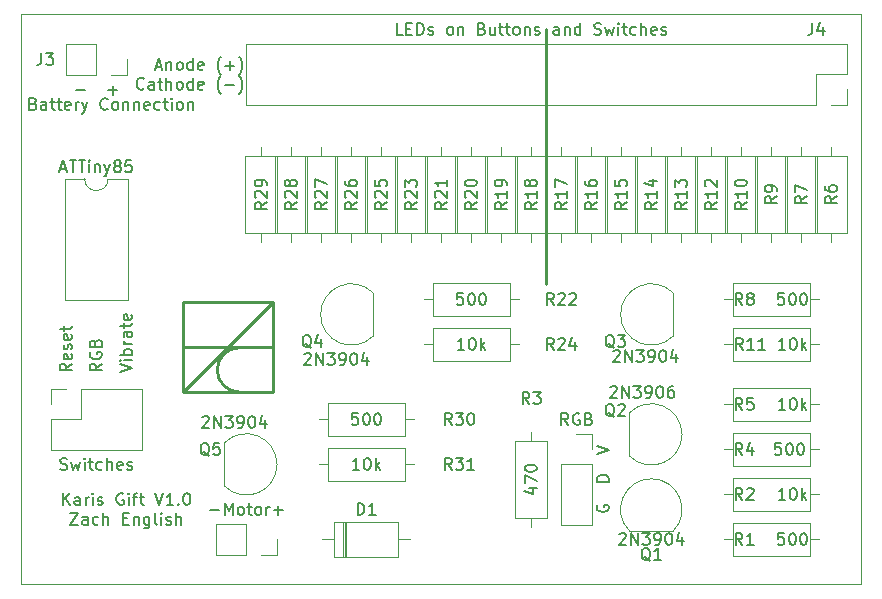
<source format=gbr>
G04 #@! TF.GenerationSoftware,KiCad,Pcbnew,5.1.4+dfsg1-1~bpo10+1*
G04 #@! TF.CreationDate,2021-01-21T15:59:20-08:00*
G04 #@! TF.ProjectId,KarisGiftPCB,4b617269-7347-4696-9674-5043422e6b69,rev?*
G04 #@! TF.SameCoordinates,Original*
G04 #@! TF.FileFunction,Legend,Top*
G04 #@! TF.FilePolarity,Positive*
%FSLAX46Y46*%
G04 Gerber Fmt 4.6, Leading zero omitted, Abs format (unit mm)*
G04 Created by KiCad (PCBNEW 5.1.4+dfsg1-1~bpo10+1) date 2021-01-21 15:59:20*
%MOMM*%
%LPD*%
G04 APERTURE LIST*
%ADD10C,0.150000*%
%ADD11C,0.240000*%
%ADD12C,0.050000*%
%ADD13C,0.250000*%
%ADD14C,0.120000*%
G04 APERTURE END LIST*
D10*
X63222857Y-108847380D02*
X63222857Y-107847380D01*
X63794285Y-108847380D02*
X63365714Y-108275952D01*
X63794285Y-107847380D02*
X63222857Y-108418809D01*
X64651428Y-108847380D02*
X64651428Y-108323571D01*
X64603809Y-108228333D01*
X64508571Y-108180714D01*
X64318095Y-108180714D01*
X64222857Y-108228333D01*
X64651428Y-108799761D02*
X64556190Y-108847380D01*
X64318095Y-108847380D01*
X64222857Y-108799761D01*
X64175238Y-108704523D01*
X64175238Y-108609285D01*
X64222857Y-108514047D01*
X64318095Y-108466428D01*
X64556190Y-108466428D01*
X64651428Y-108418809D01*
X65127619Y-108847380D02*
X65127619Y-108180714D01*
X65127619Y-108371190D02*
X65175238Y-108275952D01*
X65222857Y-108228333D01*
X65318095Y-108180714D01*
X65413333Y-108180714D01*
X65746666Y-108847380D02*
X65746666Y-108180714D01*
X65746666Y-107847380D02*
X65699047Y-107895000D01*
X65746666Y-107942619D01*
X65794285Y-107895000D01*
X65746666Y-107847380D01*
X65746666Y-107942619D01*
X66175238Y-108799761D02*
X66270476Y-108847380D01*
X66460952Y-108847380D01*
X66556190Y-108799761D01*
X66603809Y-108704523D01*
X66603809Y-108656904D01*
X66556190Y-108561666D01*
X66460952Y-108514047D01*
X66318095Y-108514047D01*
X66222857Y-108466428D01*
X66175238Y-108371190D01*
X66175238Y-108323571D01*
X66222857Y-108228333D01*
X66318095Y-108180714D01*
X66460952Y-108180714D01*
X66556190Y-108228333D01*
X68318095Y-107895000D02*
X68222857Y-107847380D01*
X68080000Y-107847380D01*
X67937142Y-107895000D01*
X67841904Y-107990238D01*
X67794285Y-108085476D01*
X67746666Y-108275952D01*
X67746666Y-108418809D01*
X67794285Y-108609285D01*
X67841904Y-108704523D01*
X67937142Y-108799761D01*
X68080000Y-108847380D01*
X68175238Y-108847380D01*
X68318095Y-108799761D01*
X68365714Y-108752142D01*
X68365714Y-108418809D01*
X68175238Y-108418809D01*
X68794285Y-108847380D02*
X68794285Y-108180714D01*
X68794285Y-107847380D02*
X68746666Y-107895000D01*
X68794285Y-107942619D01*
X68841904Y-107895000D01*
X68794285Y-107847380D01*
X68794285Y-107942619D01*
X69127619Y-108180714D02*
X69508571Y-108180714D01*
X69270476Y-108847380D02*
X69270476Y-107990238D01*
X69318095Y-107895000D01*
X69413333Y-107847380D01*
X69508571Y-107847380D01*
X69699047Y-108180714D02*
X70080000Y-108180714D01*
X69841904Y-107847380D02*
X69841904Y-108704523D01*
X69889523Y-108799761D01*
X69984761Y-108847380D01*
X70080000Y-108847380D01*
X71032380Y-107847380D02*
X71365714Y-108847380D01*
X71699047Y-107847380D01*
X72556190Y-108847380D02*
X71984761Y-108847380D01*
X72270476Y-108847380D02*
X72270476Y-107847380D01*
X72175238Y-107990238D01*
X72080000Y-108085476D01*
X71984761Y-108133095D01*
X72984761Y-108752142D02*
X73032380Y-108799761D01*
X72984761Y-108847380D01*
X72937142Y-108799761D01*
X72984761Y-108752142D01*
X72984761Y-108847380D01*
X73651428Y-107847380D02*
X73746666Y-107847380D01*
X73841904Y-107895000D01*
X73889523Y-107942619D01*
X73937142Y-108037857D01*
X73984761Y-108228333D01*
X73984761Y-108466428D01*
X73937142Y-108656904D01*
X73889523Y-108752142D01*
X73841904Y-108799761D01*
X73746666Y-108847380D01*
X73651428Y-108847380D01*
X73556190Y-108799761D01*
X73508571Y-108752142D01*
X73460952Y-108656904D01*
X73413333Y-108466428D01*
X73413333Y-108228333D01*
X73460952Y-108037857D01*
X73508571Y-107942619D01*
X73556190Y-107895000D01*
X73651428Y-107847380D01*
X63818095Y-109497380D02*
X64484761Y-109497380D01*
X63818095Y-110497380D01*
X64484761Y-110497380D01*
X65294285Y-110497380D02*
X65294285Y-109973571D01*
X65246666Y-109878333D01*
X65151428Y-109830714D01*
X64960952Y-109830714D01*
X64865714Y-109878333D01*
X65294285Y-110449761D02*
X65199047Y-110497380D01*
X64960952Y-110497380D01*
X64865714Y-110449761D01*
X64818095Y-110354523D01*
X64818095Y-110259285D01*
X64865714Y-110164047D01*
X64960952Y-110116428D01*
X65199047Y-110116428D01*
X65294285Y-110068809D01*
X66199047Y-110449761D02*
X66103809Y-110497380D01*
X65913333Y-110497380D01*
X65818095Y-110449761D01*
X65770476Y-110402142D01*
X65722857Y-110306904D01*
X65722857Y-110021190D01*
X65770476Y-109925952D01*
X65818095Y-109878333D01*
X65913333Y-109830714D01*
X66103809Y-109830714D01*
X66199047Y-109878333D01*
X66627619Y-110497380D02*
X66627619Y-109497380D01*
X67056190Y-110497380D02*
X67056190Y-109973571D01*
X67008571Y-109878333D01*
X66913333Y-109830714D01*
X66770476Y-109830714D01*
X66675238Y-109878333D01*
X66627619Y-109925952D01*
X68294285Y-109973571D02*
X68627619Y-109973571D01*
X68770476Y-110497380D02*
X68294285Y-110497380D01*
X68294285Y-109497380D01*
X68770476Y-109497380D01*
X69199047Y-109830714D02*
X69199047Y-110497380D01*
X69199047Y-109925952D02*
X69246666Y-109878333D01*
X69341904Y-109830714D01*
X69484761Y-109830714D01*
X69580000Y-109878333D01*
X69627619Y-109973571D01*
X69627619Y-110497380D01*
X70532380Y-109830714D02*
X70532380Y-110640238D01*
X70484761Y-110735476D01*
X70437142Y-110783095D01*
X70341904Y-110830714D01*
X70199047Y-110830714D01*
X70103809Y-110783095D01*
X70532380Y-110449761D02*
X70437142Y-110497380D01*
X70246666Y-110497380D01*
X70151428Y-110449761D01*
X70103809Y-110402142D01*
X70056190Y-110306904D01*
X70056190Y-110021190D01*
X70103809Y-109925952D01*
X70151428Y-109878333D01*
X70246666Y-109830714D01*
X70437142Y-109830714D01*
X70532380Y-109878333D01*
X71151428Y-110497380D02*
X71056190Y-110449761D01*
X71008571Y-110354523D01*
X71008571Y-109497380D01*
X71532380Y-110497380D02*
X71532380Y-109830714D01*
X71532380Y-109497380D02*
X71484761Y-109545000D01*
X71532380Y-109592619D01*
X71580000Y-109545000D01*
X71532380Y-109497380D01*
X71532380Y-109592619D01*
X71960952Y-110449761D02*
X72056190Y-110497380D01*
X72246666Y-110497380D01*
X72341904Y-110449761D01*
X72389523Y-110354523D01*
X72389523Y-110306904D01*
X72341904Y-110211666D01*
X72246666Y-110164047D01*
X72103809Y-110164047D01*
X72008571Y-110116428D01*
X71960952Y-110021190D01*
X71960952Y-109973571D01*
X72008571Y-109878333D01*
X72103809Y-109830714D01*
X72246666Y-109830714D01*
X72341904Y-109878333D01*
X72818095Y-110497380D02*
X72818095Y-109497380D01*
X73246666Y-110497380D02*
X73246666Y-109973571D01*
X73199047Y-109878333D01*
X73103809Y-109830714D01*
X72960952Y-109830714D01*
X72865714Y-109878333D01*
X72818095Y-109925952D01*
D11*
X104140000Y-90170000D02*
X104140000Y-68580000D01*
D10*
X64278095Y-73731428D02*
X65040000Y-73731428D01*
X67040000Y-73731428D02*
X67801904Y-73731428D01*
X67420952Y-74112380D02*
X67420952Y-73350476D01*
X71071071Y-71731666D02*
X71547261Y-71731666D01*
X70975833Y-72017380D02*
X71309166Y-71017380D01*
X71642500Y-72017380D01*
X71975833Y-71350714D02*
X71975833Y-72017380D01*
X71975833Y-71445952D02*
X72023452Y-71398333D01*
X72118690Y-71350714D01*
X72261547Y-71350714D01*
X72356785Y-71398333D01*
X72404404Y-71493571D01*
X72404404Y-72017380D01*
X73023452Y-72017380D02*
X72928214Y-71969761D01*
X72880595Y-71922142D01*
X72832976Y-71826904D01*
X72832976Y-71541190D01*
X72880595Y-71445952D01*
X72928214Y-71398333D01*
X73023452Y-71350714D01*
X73166309Y-71350714D01*
X73261547Y-71398333D01*
X73309166Y-71445952D01*
X73356785Y-71541190D01*
X73356785Y-71826904D01*
X73309166Y-71922142D01*
X73261547Y-71969761D01*
X73166309Y-72017380D01*
X73023452Y-72017380D01*
X74213928Y-72017380D02*
X74213928Y-71017380D01*
X74213928Y-71969761D02*
X74118690Y-72017380D01*
X73928214Y-72017380D01*
X73832976Y-71969761D01*
X73785357Y-71922142D01*
X73737738Y-71826904D01*
X73737738Y-71541190D01*
X73785357Y-71445952D01*
X73832976Y-71398333D01*
X73928214Y-71350714D01*
X74118690Y-71350714D01*
X74213928Y-71398333D01*
X75071071Y-71969761D02*
X74975833Y-72017380D01*
X74785357Y-72017380D01*
X74690119Y-71969761D01*
X74642500Y-71874523D01*
X74642500Y-71493571D01*
X74690119Y-71398333D01*
X74785357Y-71350714D01*
X74975833Y-71350714D01*
X75071071Y-71398333D01*
X75118690Y-71493571D01*
X75118690Y-71588809D01*
X74642500Y-71684047D01*
X76594880Y-72398333D02*
X76547261Y-72350714D01*
X76452023Y-72207857D01*
X76404404Y-72112619D01*
X76356785Y-71969761D01*
X76309166Y-71731666D01*
X76309166Y-71541190D01*
X76356785Y-71303095D01*
X76404404Y-71160238D01*
X76452023Y-71065000D01*
X76547261Y-70922142D01*
X76594880Y-70874523D01*
X76975833Y-71636428D02*
X77737738Y-71636428D01*
X77356785Y-72017380D02*
X77356785Y-71255476D01*
X78118690Y-72398333D02*
X78166309Y-72350714D01*
X78261547Y-72207857D01*
X78309166Y-72112619D01*
X78356785Y-71969761D01*
X78404404Y-71731666D01*
X78404404Y-71541190D01*
X78356785Y-71303095D01*
X78309166Y-71160238D01*
X78261547Y-71065000D01*
X78166309Y-70922142D01*
X78118690Y-70874523D01*
X70071071Y-73572142D02*
X70023452Y-73619761D01*
X69880595Y-73667380D01*
X69785357Y-73667380D01*
X69642500Y-73619761D01*
X69547261Y-73524523D01*
X69499642Y-73429285D01*
X69452023Y-73238809D01*
X69452023Y-73095952D01*
X69499642Y-72905476D01*
X69547261Y-72810238D01*
X69642500Y-72715000D01*
X69785357Y-72667380D01*
X69880595Y-72667380D01*
X70023452Y-72715000D01*
X70071071Y-72762619D01*
X70928214Y-73667380D02*
X70928214Y-73143571D01*
X70880595Y-73048333D01*
X70785357Y-73000714D01*
X70594880Y-73000714D01*
X70499642Y-73048333D01*
X70928214Y-73619761D02*
X70832976Y-73667380D01*
X70594880Y-73667380D01*
X70499642Y-73619761D01*
X70452023Y-73524523D01*
X70452023Y-73429285D01*
X70499642Y-73334047D01*
X70594880Y-73286428D01*
X70832976Y-73286428D01*
X70928214Y-73238809D01*
X71261547Y-73000714D02*
X71642500Y-73000714D01*
X71404404Y-72667380D02*
X71404404Y-73524523D01*
X71452023Y-73619761D01*
X71547261Y-73667380D01*
X71642500Y-73667380D01*
X71975833Y-73667380D02*
X71975833Y-72667380D01*
X72404404Y-73667380D02*
X72404404Y-73143571D01*
X72356785Y-73048333D01*
X72261547Y-73000714D01*
X72118690Y-73000714D01*
X72023452Y-73048333D01*
X71975833Y-73095952D01*
X73023452Y-73667380D02*
X72928214Y-73619761D01*
X72880595Y-73572142D01*
X72832976Y-73476904D01*
X72832976Y-73191190D01*
X72880595Y-73095952D01*
X72928214Y-73048333D01*
X73023452Y-73000714D01*
X73166309Y-73000714D01*
X73261547Y-73048333D01*
X73309166Y-73095952D01*
X73356785Y-73191190D01*
X73356785Y-73476904D01*
X73309166Y-73572142D01*
X73261547Y-73619761D01*
X73166309Y-73667380D01*
X73023452Y-73667380D01*
X74213928Y-73667380D02*
X74213928Y-72667380D01*
X74213928Y-73619761D02*
X74118690Y-73667380D01*
X73928214Y-73667380D01*
X73832976Y-73619761D01*
X73785357Y-73572142D01*
X73737738Y-73476904D01*
X73737738Y-73191190D01*
X73785357Y-73095952D01*
X73832976Y-73048333D01*
X73928214Y-73000714D01*
X74118690Y-73000714D01*
X74213928Y-73048333D01*
X75071071Y-73619761D02*
X74975833Y-73667380D01*
X74785357Y-73667380D01*
X74690119Y-73619761D01*
X74642500Y-73524523D01*
X74642500Y-73143571D01*
X74690119Y-73048333D01*
X74785357Y-73000714D01*
X74975833Y-73000714D01*
X75071071Y-73048333D01*
X75118690Y-73143571D01*
X75118690Y-73238809D01*
X74642500Y-73334047D01*
X76594880Y-74048333D02*
X76547261Y-74000714D01*
X76452023Y-73857857D01*
X76404404Y-73762619D01*
X76356785Y-73619761D01*
X76309166Y-73381666D01*
X76309166Y-73191190D01*
X76356785Y-72953095D01*
X76404404Y-72810238D01*
X76452023Y-72715000D01*
X76547261Y-72572142D01*
X76594880Y-72524523D01*
X76975833Y-73286428D02*
X77737738Y-73286428D01*
X78118690Y-74048333D02*
X78166309Y-74000714D01*
X78261547Y-73857857D01*
X78309166Y-73762619D01*
X78356785Y-73619761D01*
X78404404Y-73381666D01*
X78404404Y-73191190D01*
X78356785Y-72953095D01*
X78309166Y-72810238D01*
X78261547Y-72715000D01*
X78166309Y-72572142D01*
X78118690Y-72524523D01*
X108466000Y-108870476D02*
X108418380Y-108965714D01*
X108418380Y-109108571D01*
X108466000Y-109251428D01*
X108561238Y-109346666D01*
X108656476Y-109394285D01*
X108846952Y-109441904D01*
X108989809Y-109441904D01*
X109180285Y-109394285D01*
X109275523Y-109346666D01*
X109370761Y-109251428D01*
X109418380Y-109108571D01*
X109418380Y-109013333D01*
X109370761Y-108870476D01*
X109323142Y-108822857D01*
X108989809Y-108822857D01*
X108989809Y-109013333D01*
X109418380Y-106870476D02*
X108418380Y-106870476D01*
X108418380Y-106632380D01*
X108466000Y-106489523D01*
X108561238Y-106394285D01*
X108656476Y-106346666D01*
X108846952Y-106299047D01*
X108989809Y-106299047D01*
X109180285Y-106346666D01*
X109275523Y-106394285D01*
X109370761Y-106489523D01*
X109418380Y-106632380D01*
X109418380Y-106870476D01*
X108418380Y-104489523D02*
X109418380Y-104156190D01*
X108418380Y-103822857D01*
X68032380Y-97597261D02*
X69032380Y-97263928D01*
X68032380Y-96930595D01*
X69032380Y-96597261D02*
X68365714Y-96597261D01*
X68032380Y-96597261D02*
X68080000Y-96644880D01*
X68127619Y-96597261D01*
X68080000Y-96549642D01*
X68032380Y-96597261D01*
X68127619Y-96597261D01*
X69032380Y-96121071D02*
X68032380Y-96121071D01*
X68413333Y-96121071D02*
X68365714Y-96025833D01*
X68365714Y-95835357D01*
X68413333Y-95740119D01*
X68460952Y-95692500D01*
X68556190Y-95644880D01*
X68841904Y-95644880D01*
X68937142Y-95692500D01*
X68984761Y-95740119D01*
X69032380Y-95835357D01*
X69032380Y-96025833D01*
X68984761Y-96121071D01*
X69032380Y-95216309D02*
X68365714Y-95216309D01*
X68556190Y-95216309D02*
X68460952Y-95168690D01*
X68413333Y-95121071D01*
X68365714Y-95025833D01*
X68365714Y-94930595D01*
X69032380Y-94168690D02*
X68508571Y-94168690D01*
X68413333Y-94216309D01*
X68365714Y-94311547D01*
X68365714Y-94502023D01*
X68413333Y-94597261D01*
X68984761Y-94168690D02*
X69032380Y-94263928D01*
X69032380Y-94502023D01*
X68984761Y-94597261D01*
X68889523Y-94644880D01*
X68794285Y-94644880D01*
X68699047Y-94597261D01*
X68651428Y-94502023D01*
X68651428Y-94263928D01*
X68603809Y-94168690D01*
X68365714Y-93835357D02*
X68365714Y-93454404D01*
X68032380Y-93692500D02*
X68889523Y-93692500D01*
X68984761Y-93644880D01*
X69032380Y-93549642D01*
X69032380Y-93454404D01*
X68984761Y-92740119D02*
X69032380Y-92835357D01*
X69032380Y-93025833D01*
X68984761Y-93121071D01*
X68889523Y-93168690D01*
X68508571Y-93168690D01*
X68413333Y-93121071D01*
X68365714Y-93025833D01*
X68365714Y-92835357D01*
X68413333Y-92740119D01*
X68508571Y-92692500D01*
X68603809Y-92692500D01*
X68699047Y-93168690D01*
X66492380Y-96882976D02*
X66016190Y-97216309D01*
X66492380Y-97454404D02*
X65492380Y-97454404D01*
X65492380Y-97073452D01*
X65540000Y-96978214D01*
X65587619Y-96930595D01*
X65682857Y-96882976D01*
X65825714Y-96882976D01*
X65920952Y-96930595D01*
X65968571Y-96978214D01*
X66016190Y-97073452D01*
X66016190Y-97454404D01*
X65540000Y-95930595D02*
X65492380Y-96025833D01*
X65492380Y-96168690D01*
X65540000Y-96311547D01*
X65635238Y-96406785D01*
X65730476Y-96454404D01*
X65920952Y-96502023D01*
X66063809Y-96502023D01*
X66254285Y-96454404D01*
X66349523Y-96406785D01*
X66444761Y-96311547D01*
X66492380Y-96168690D01*
X66492380Y-96073452D01*
X66444761Y-95930595D01*
X66397142Y-95882976D01*
X66063809Y-95882976D01*
X66063809Y-96073452D01*
X65968571Y-95121071D02*
X66016190Y-94978214D01*
X66063809Y-94930595D01*
X66159047Y-94882976D01*
X66301904Y-94882976D01*
X66397142Y-94930595D01*
X66444761Y-94978214D01*
X66492380Y-95073452D01*
X66492380Y-95454404D01*
X65492380Y-95454404D01*
X65492380Y-95121071D01*
X65540000Y-95025833D01*
X65587619Y-94978214D01*
X65682857Y-94930595D01*
X65778095Y-94930595D01*
X65873333Y-94978214D01*
X65920952Y-95025833D01*
X65968571Y-95121071D01*
X65968571Y-95454404D01*
X63952380Y-96882976D02*
X63476190Y-97216309D01*
X63952380Y-97454404D02*
X62952380Y-97454404D01*
X62952380Y-97073452D01*
X63000000Y-96978214D01*
X63047619Y-96930595D01*
X63142857Y-96882976D01*
X63285714Y-96882976D01*
X63380952Y-96930595D01*
X63428571Y-96978214D01*
X63476190Y-97073452D01*
X63476190Y-97454404D01*
X63904761Y-96073452D02*
X63952380Y-96168690D01*
X63952380Y-96359166D01*
X63904761Y-96454404D01*
X63809523Y-96502023D01*
X63428571Y-96502023D01*
X63333333Y-96454404D01*
X63285714Y-96359166D01*
X63285714Y-96168690D01*
X63333333Y-96073452D01*
X63428571Y-96025833D01*
X63523809Y-96025833D01*
X63619047Y-96502023D01*
X63904761Y-95644880D02*
X63952380Y-95549642D01*
X63952380Y-95359166D01*
X63904761Y-95263928D01*
X63809523Y-95216309D01*
X63761904Y-95216309D01*
X63666666Y-95263928D01*
X63619047Y-95359166D01*
X63619047Y-95502023D01*
X63571428Y-95597261D01*
X63476190Y-95644880D01*
X63428571Y-95644880D01*
X63333333Y-95597261D01*
X63285714Y-95502023D01*
X63285714Y-95359166D01*
X63333333Y-95263928D01*
X63904761Y-94406785D02*
X63952380Y-94502023D01*
X63952380Y-94692500D01*
X63904761Y-94787738D01*
X63809523Y-94835357D01*
X63428571Y-94835357D01*
X63333333Y-94787738D01*
X63285714Y-94692500D01*
X63285714Y-94502023D01*
X63333333Y-94406785D01*
X63428571Y-94359166D01*
X63523809Y-94359166D01*
X63619047Y-94835357D01*
X63285714Y-94073452D02*
X63285714Y-93692500D01*
X62952380Y-93930595D02*
X63809523Y-93930595D01*
X63904761Y-93882976D01*
X63952380Y-93787738D01*
X63952380Y-93692500D01*
D12*
X130810000Y-67310000D02*
X59690000Y-67310000D01*
X130810000Y-115570000D02*
X130810000Y-67310000D01*
X59690000Y-115570000D02*
X130810000Y-115570000D01*
X59690000Y-67310000D02*
X59690000Y-115570000D01*
D13*
X78181200Y-99288600D02*
G75*
G02X78130400Y-95529400I-25400J1879600D01*
G01*
X73406000Y-95504000D02*
X81026000Y-95504000D01*
X81026000Y-91694000D02*
X73406000Y-99314000D01*
X81026000Y-91694000D02*
X73406000Y-91694000D01*
X81026000Y-99314000D02*
X81026000Y-91694000D01*
X73406000Y-99314000D02*
X81026000Y-99314000D01*
X73406000Y-96774000D02*
X73406000Y-99314000D01*
X73406000Y-91694000D02*
X73406000Y-96774000D01*
D14*
X129600000Y-73660000D02*
X129600000Y-74990000D01*
X129600000Y-74990000D02*
X128270000Y-74990000D01*
X129600000Y-72390000D02*
X127000000Y-72390000D01*
X127000000Y-72390000D02*
X127000000Y-74990000D01*
X127000000Y-74990000D02*
X78680000Y-74990000D01*
X78680000Y-69790000D02*
X78680000Y-74990000D01*
X129600000Y-69790000D02*
X78680000Y-69790000D01*
X129600000Y-69790000D02*
X129600000Y-72390000D01*
X62170000Y-100330000D02*
X62170000Y-99000000D01*
X62170000Y-99000000D02*
X63500000Y-99000000D01*
X62170000Y-101600000D02*
X64770000Y-101600000D01*
X64770000Y-101600000D02*
X64770000Y-99000000D01*
X64770000Y-99000000D02*
X69910000Y-99000000D01*
X69910000Y-104200000D02*
X69910000Y-99000000D01*
X62170000Y-104200000D02*
X69910000Y-104200000D01*
X62170000Y-104200000D02*
X62170000Y-101600000D01*
X68690000Y-81220000D02*
X67040000Y-81220000D01*
X68690000Y-91500000D02*
X68690000Y-81220000D01*
X63390000Y-91500000D02*
X68690000Y-91500000D01*
X63390000Y-81220000D02*
X63390000Y-91500000D01*
X65040000Y-81220000D02*
X63390000Y-81220000D01*
X67040000Y-81220000D02*
G75*
G02X65040000Y-81220000I-1000000J0D01*
G01*
X92940000Y-105410000D02*
X92170000Y-105410000D01*
X84860000Y-105410000D02*
X85630000Y-105410000D01*
X92170000Y-104040000D02*
X85630000Y-104040000D01*
X92170000Y-106780000D02*
X92170000Y-104040000D01*
X85630000Y-106780000D02*
X92170000Y-106780000D01*
X85630000Y-104040000D02*
X85630000Y-106780000D01*
X92940000Y-101600000D02*
X92170000Y-101600000D01*
X84860000Y-101600000D02*
X85630000Y-101600000D01*
X92170000Y-100230000D02*
X85630000Y-100230000D01*
X92170000Y-102970000D02*
X92170000Y-100230000D01*
X85630000Y-102970000D02*
X92170000Y-102970000D01*
X85630000Y-100230000D02*
X85630000Y-102970000D01*
X80010000Y-86590000D02*
X80010000Y-85820000D01*
X80010000Y-78510000D02*
X80010000Y-79280000D01*
X81380000Y-85820000D02*
X81380000Y-79280000D01*
X78640000Y-85820000D02*
X81380000Y-85820000D01*
X78640000Y-79280000D02*
X78640000Y-85820000D01*
X81380000Y-79280000D02*
X78640000Y-79280000D01*
X82550000Y-86590000D02*
X82550000Y-85820000D01*
X82550000Y-78510000D02*
X82550000Y-79280000D01*
X83920000Y-85820000D02*
X83920000Y-79280000D01*
X81180000Y-85820000D02*
X83920000Y-85820000D01*
X81180000Y-79280000D02*
X81180000Y-85820000D01*
X83920000Y-79280000D02*
X81180000Y-79280000D01*
X85090000Y-86590000D02*
X85090000Y-85820000D01*
X85090000Y-78510000D02*
X85090000Y-79280000D01*
X86460000Y-85820000D02*
X86460000Y-79280000D01*
X83720000Y-85820000D02*
X86460000Y-85820000D01*
X83720000Y-79280000D02*
X83720000Y-85820000D01*
X86460000Y-79280000D02*
X83720000Y-79280000D01*
X87630000Y-86590000D02*
X87630000Y-85820000D01*
X87630000Y-78510000D02*
X87630000Y-79280000D01*
X89000000Y-85820000D02*
X89000000Y-79280000D01*
X86260000Y-85820000D02*
X89000000Y-85820000D01*
X86260000Y-79280000D02*
X86260000Y-85820000D01*
X89000000Y-79280000D02*
X86260000Y-79280000D01*
X90170000Y-86590000D02*
X90170000Y-85820000D01*
X90170000Y-78510000D02*
X90170000Y-79280000D01*
X91540000Y-85820000D02*
X91540000Y-79280000D01*
X88800000Y-85820000D02*
X91540000Y-85820000D01*
X88800000Y-79280000D02*
X88800000Y-85820000D01*
X91540000Y-79280000D02*
X88800000Y-79280000D01*
X101830000Y-95250000D02*
X101060000Y-95250000D01*
X93750000Y-95250000D02*
X94520000Y-95250000D01*
X101060000Y-93880000D02*
X94520000Y-93880000D01*
X101060000Y-96620000D02*
X101060000Y-93880000D01*
X94520000Y-96620000D02*
X101060000Y-96620000D01*
X94520000Y-93880000D02*
X94520000Y-96620000D01*
X92710000Y-86590000D02*
X92710000Y-85820000D01*
X92710000Y-78510000D02*
X92710000Y-79280000D01*
X94080000Y-85820000D02*
X94080000Y-79280000D01*
X91340000Y-85820000D02*
X94080000Y-85820000D01*
X91340000Y-79280000D02*
X91340000Y-85820000D01*
X94080000Y-79280000D02*
X91340000Y-79280000D01*
X101830000Y-91440000D02*
X101060000Y-91440000D01*
X93750000Y-91440000D02*
X94520000Y-91440000D01*
X101060000Y-90070000D02*
X94520000Y-90070000D01*
X101060000Y-92810000D02*
X101060000Y-90070000D01*
X94520000Y-92810000D02*
X101060000Y-92810000D01*
X94520000Y-90070000D02*
X94520000Y-92810000D01*
X95250000Y-86590000D02*
X95250000Y-85820000D01*
X95250000Y-78510000D02*
X95250000Y-79280000D01*
X96620000Y-85820000D02*
X96620000Y-79280000D01*
X93880000Y-85820000D02*
X96620000Y-85820000D01*
X93880000Y-79280000D02*
X93880000Y-85820000D01*
X96620000Y-79280000D02*
X93880000Y-79280000D01*
X97790000Y-86590000D02*
X97790000Y-85820000D01*
X97790000Y-78510000D02*
X97790000Y-79280000D01*
X99160000Y-85820000D02*
X99160000Y-79280000D01*
X96420000Y-85820000D02*
X99160000Y-85820000D01*
X96420000Y-79280000D02*
X96420000Y-85820000D01*
X99160000Y-79280000D02*
X96420000Y-79280000D01*
X100330000Y-86590000D02*
X100330000Y-85820000D01*
X100330000Y-78510000D02*
X100330000Y-79280000D01*
X101700000Y-85820000D02*
X101700000Y-79280000D01*
X98960000Y-85820000D02*
X101700000Y-85820000D01*
X98960000Y-79280000D02*
X98960000Y-85820000D01*
X101700000Y-79280000D02*
X98960000Y-79280000D01*
X102870000Y-86590000D02*
X102870000Y-85820000D01*
X102870000Y-78510000D02*
X102870000Y-79280000D01*
X104240000Y-85820000D02*
X104240000Y-79280000D01*
X101500000Y-85820000D02*
X104240000Y-85820000D01*
X101500000Y-79280000D02*
X101500000Y-85820000D01*
X104240000Y-79280000D02*
X101500000Y-79280000D01*
X105410000Y-86590000D02*
X105410000Y-85820000D01*
X105410000Y-78510000D02*
X105410000Y-79280000D01*
X106780000Y-85820000D02*
X106780000Y-79280000D01*
X104040000Y-85820000D02*
X106780000Y-85820000D01*
X104040000Y-79280000D02*
X104040000Y-85820000D01*
X106780000Y-79280000D02*
X104040000Y-79280000D01*
X107950000Y-86590000D02*
X107950000Y-85820000D01*
X107950000Y-78510000D02*
X107950000Y-79280000D01*
X109320000Y-85820000D02*
X109320000Y-79280000D01*
X106580000Y-85820000D02*
X109320000Y-85820000D01*
X106580000Y-79280000D02*
X106580000Y-85820000D01*
X109320000Y-79280000D02*
X106580000Y-79280000D01*
X110490000Y-86590000D02*
X110490000Y-85820000D01*
X110490000Y-78510000D02*
X110490000Y-79280000D01*
X111860000Y-85820000D02*
X111860000Y-79280000D01*
X109120000Y-85820000D02*
X111860000Y-85820000D01*
X109120000Y-79280000D02*
X109120000Y-85820000D01*
X111860000Y-79280000D02*
X109120000Y-79280000D01*
X113030000Y-86590000D02*
X113030000Y-85820000D01*
X113030000Y-78510000D02*
X113030000Y-79280000D01*
X114400000Y-85820000D02*
X114400000Y-79280000D01*
X111660000Y-85820000D02*
X114400000Y-85820000D01*
X111660000Y-79280000D02*
X111660000Y-85820000D01*
X114400000Y-79280000D02*
X111660000Y-79280000D01*
X115570000Y-86590000D02*
X115570000Y-85820000D01*
X115570000Y-78510000D02*
X115570000Y-79280000D01*
X116940000Y-85820000D02*
X116940000Y-79280000D01*
X114200000Y-85820000D02*
X116940000Y-85820000D01*
X114200000Y-79280000D02*
X114200000Y-85820000D01*
X116940000Y-79280000D02*
X114200000Y-79280000D01*
X118110000Y-86590000D02*
X118110000Y-85820000D01*
X118110000Y-78510000D02*
X118110000Y-79280000D01*
X119480000Y-85820000D02*
X119480000Y-79280000D01*
X116740000Y-85820000D02*
X119480000Y-85820000D01*
X116740000Y-79280000D02*
X116740000Y-85820000D01*
X119480000Y-79280000D02*
X116740000Y-79280000D01*
X127230000Y-95250000D02*
X126460000Y-95250000D01*
X119150000Y-95250000D02*
X119920000Y-95250000D01*
X126460000Y-93880000D02*
X119920000Y-93880000D01*
X126460000Y-96620000D02*
X126460000Y-93880000D01*
X119920000Y-96620000D02*
X126460000Y-96620000D01*
X119920000Y-93880000D02*
X119920000Y-96620000D01*
X120650000Y-86590000D02*
X120650000Y-85820000D01*
X120650000Y-78510000D02*
X120650000Y-79280000D01*
X122020000Y-85820000D02*
X122020000Y-79280000D01*
X119280000Y-85820000D02*
X122020000Y-85820000D01*
X119280000Y-79280000D02*
X119280000Y-85820000D01*
X122020000Y-79280000D02*
X119280000Y-79280000D01*
X123190000Y-86590000D02*
X123190000Y-85820000D01*
X123190000Y-78510000D02*
X123190000Y-79280000D01*
X124560000Y-85820000D02*
X124560000Y-79280000D01*
X121820000Y-85820000D02*
X124560000Y-85820000D01*
X121820000Y-79280000D02*
X121820000Y-85820000D01*
X124560000Y-79280000D02*
X121820000Y-79280000D01*
X127230000Y-91440000D02*
X126460000Y-91440000D01*
X119150000Y-91440000D02*
X119920000Y-91440000D01*
X126460000Y-90070000D02*
X119920000Y-90070000D01*
X126460000Y-92810000D02*
X126460000Y-90070000D01*
X119920000Y-92810000D02*
X126460000Y-92810000D01*
X119920000Y-90070000D02*
X119920000Y-92810000D01*
X125730000Y-86590000D02*
X125730000Y-85820000D01*
X125730000Y-78510000D02*
X125730000Y-79280000D01*
X127100000Y-85820000D02*
X127100000Y-79280000D01*
X124360000Y-85820000D02*
X127100000Y-85820000D01*
X124360000Y-79280000D02*
X124360000Y-85820000D01*
X127100000Y-79280000D02*
X124360000Y-79280000D01*
X128270000Y-86590000D02*
X128270000Y-85820000D01*
X128270000Y-78510000D02*
X128270000Y-79280000D01*
X129640000Y-85820000D02*
X129640000Y-79280000D01*
X126900000Y-85820000D02*
X129640000Y-85820000D01*
X126900000Y-79280000D02*
X126900000Y-85820000D01*
X129640000Y-79280000D02*
X126900000Y-79280000D01*
X127230000Y-100330000D02*
X126460000Y-100330000D01*
X119150000Y-100330000D02*
X119920000Y-100330000D01*
X126460000Y-98960000D02*
X119920000Y-98960000D01*
X126460000Y-101700000D02*
X126460000Y-98960000D01*
X119920000Y-101700000D02*
X126460000Y-101700000D01*
X119920000Y-98960000D02*
X119920000Y-101700000D01*
X119150000Y-104140000D02*
X119920000Y-104140000D01*
X127230000Y-104140000D02*
X126460000Y-104140000D01*
X119920000Y-105510000D02*
X126460000Y-105510000D01*
X119920000Y-102770000D02*
X119920000Y-105510000D01*
X126460000Y-102770000D02*
X119920000Y-102770000D01*
X126460000Y-105510000D02*
X126460000Y-102770000D01*
X102870000Y-110720000D02*
X102870000Y-109950000D01*
X102870000Y-102640000D02*
X102870000Y-103410000D01*
X104240000Y-109950000D02*
X104240000Y-103410000D01*
X101500000Y-109950000D02*
X104240000Y-109950000D01*
X101500000Y-103410000D02*
X101500000Y-109950000D01*
X104240000Y-103410000D02*
X101500000Y-103410000D01*
X127230000Y-107950000D02*
X126460000Y-107950000D01*
X119150000Y-107950000D02*
X119920000Y-107950000D01*
X126460000Y-106580000D02*
X119920000Y-106580000D01*
X126460000Y-109320000D02*
X126460000Y-106580000D01*
X119920000Y-109320000D02*
X126460000Y-109320000D01*
X119920000Y-106580000D02*
X119920000Y-109320000D01*
X127230000Y-111760000D02*
X126460000Y-111760000D01*
X119150000Y-111760000D02*
X119920000Y-111760000D01*
X126460000Y-110390000D02*
X119920000Y-110390000D01*
X126460000Y-113130000D02*
X126460000Y-110390000D01*
X119920000Y-113130000D02*
X126460000Y-113130000D01*
X119920000Y-110390000D02*
X119920000Y-113130000D01*
X76901522Y-107248478D02*
G75*
G03X81340000Y-105410000I1838478J1838478D01*
G01*
X76901522Y-103571522D02*
G75*
G02X81340000Y-105410000I1838478J-1838478D01*
G01*
X76890000Y-103610000D02*
X76890000Y-107210000D01*
X89468478Y-90871522D02*
G75*
G03X85030000Y-92710000I-1838478J-1838478D01*
G01*
X89468478Y-94548478D02*
G75*
G02X85030000Y-92710000I-1838478J1838478D01*
G01*
X89480000Y-94510000D02*
X89480000Y-90910000D01*
X114868478Y-90871522D02*
G75*
G03X110430000Y-92710000I-1838478J-1838478D01*
G01*
X114868478Y-94548478D02*
G75*
G02X110430000Y-92710000I-1838478J1838478D01*
G01*
X114880000Y-94510000D02*
X114880000Y-90910000D01*
X111191522Y-104708478D02*
G75*
G03X115630000Y-102870000I1838478J1838478D01*
G01*
X111191522Y-101031522D02*
G75*
G02X115630000Y-102870000I1838478J-1838478D01*
G01*
X111180000Y-101070000D02*
X111180000Y-104670000D01*
X114868478Y-111058478D02*
G75*
G03X113030000Y-106620000I-1838478J1838478D01*
G01*
X111191522Y-111058478D02*
G75*
G02X113030000Y-106620000I1838478J1838478D01*
G01*
X111230000Y-111070000D02*
X114830000Y-111070000D01*
X81340000Y-111760000D02*
X81340000Y-113090000D01*
X81340000Y-113090000D02*
X80010000Y-113090000D01*
X78740000Y-113090000D02*
X76140000Y-113090000D01*
X76140000Y-110430000D02*
X76140000Y-113090000D01*
X78740000Y-110430000D02*
X76140000Y-110430000D01*
X78740000Y-110430000D02*
X78740000Y-113090000D01*
X68640000Y-71120000D02*
X68640000Y-72450000D01*
X68640000Y-72450000D02*
X67310000Y-72450000D01*
X66040000Y-72450000D02*
X63440000Y-72450000D01*
X63440000Y-69790000D02*
X63440000Y-72450000D01*
X66040000Y-69790000D02*
X63440000Y-69790000D01*
X66040000Y-69790000D02*
X66040000Y-72450000D01*
X106680000Y-102810000D02*
X108010000Y-102810000D01*
X108010000Y-102810000D02*
X108010000Y-104140000D01*
X108010000Y-105410000D02*
X108010000Y-110550000D01*
X105350000Y-110550000D02*
X108010000Y-110550000D01*
X105350000Y-105410000D02*
X105350000Y-110550000D01*
X105350000Y-105410000D02*
X108010000Y-105410000D01*
X86960000Y-110290000D02*
X86960000Y-113230000D01*
X87200000Y-110290000D02*
X87200000Y-113230000D01*
X87080000Y-110290000D02*
X87080000Y-113230000D01*
X92640000Y-111760000D02*
X91620000Y-111760000D01*
X85160000Y-111760000D02*
X86180000Y-111760000D01*
X91620000Y-110290000D02*
X86180000Y-110290000D01*
X91620000Y-113230000D02*
X91620000Y-110290000D01*
X86180000Y-113230000D02*
X91620000Y-113230000D01*
X86180000Y-110290000D02*
X86180000Y-113230000D01*
D10*
X126666666Y-68032380D02*
X126666666Y-68746666D01*
X126619047Y-68889523D01*
X126523809Y-68984761D01*
X126380952Y-69032380D01*
X126285714Y-69032380D01*
X127571428Y-68365714D02*
X127571428Y-69032380D01*
X127333333Y-67984761D02*
X127095238Y-68699047D01*
X127714285Y-68699047D01*
X91965238Y-69032380D02*
X91489047Y-69032380D01*
X91489047Y-68032380D01*
X92298571Y-68508571D02*
X92631904Y-68508571D01*
X92774761Y-69032380D02*
X92298571Y-69032380D01*
X92298571Y-68032380D01*
X92774761Y-68032380D01*
X93203333Y-69032380D02*
X93203333Y-68032380D01*
X93441428Y-68032380D01*
X93584285Y-68080000D01*
X93679523Y-68175238D01*
X93727142Y-68270476D01*
X93774761Y-68460952D01*
X93774761Y-68603809D01*
X93727142Y-68794285D01*
X93679523Y-68889523D01*
X93584285Y-68984761D01*
X93441428Y-69032380D01*
X93203333Y-69032380D01*
X94155714Y-68984761D02*
X94250952Y-69032380D01*
X94441428Y-69032380D01*
X94536666Y-68984761D01*
X94584285Y-68889523D01*
X94584285Y-68841904D01*
X94536666Y-68746666D01*
X94441428Y-68699047D01*
X94298571Y-68699047D01*
X94203333Y-68651428D01*
X94155714Y-68556190D01*
X94155714Y-68508571D01*
X94203333Y-68413333D01*
X94298571Y-68365714D01*
X94441428Y-68365714D01*
X94536666Y-68413333D01*
X95917619Y-69032380D02*
X95822380Y-68984761D01*
X95774761Y-68937142D01*
X95727142Y-68841904D01*
X95727142Y-68556190D01*
X95774761Y-68460952D01*
X95822380Y-68413333D01*
X95917619Y-68365714D01*
X96060476Y-68365714D01*
X96155714Y-68413333D01*
X96203333Y-68460952D01*
X96250952Y-68556190D01*
X96250952Y-68841904D01*
X96203333Y-68937142D01*
X96155714Y-68984761D01*
X96060476Y-69032380D01*
X95917619Y-69032380D01*
X96679523Y-68365714D02*
X96679523Y-69032380D01*
X96679523Y-68460952D02*
X96727142Y-68413333D01*
X96822380Y-68365714D01*
X96965238Y-68365714D01*
X97060476Y-68413333D01*
X97108095Y-68508571D01*
X97108095Y-69032380D01*
X98679523Y-68508571D02*
X98822380Y-68556190D01*
X98870000Y-68603809D01*
X98917619Y-68699047D01*
X98917619Y-68841904D01*
X98870000Y-68937142D01*
X98822380Y-68984761D01*
X98727142Y-69032380D01*
X98346190Y-69032380D01*
X98346190Y-68032380D01*
X98679523Y-68032380D01*
X98774761Y-68080000D01*
X98822380Y-68127619D01*
X98870000Y-68222857D01*
X98870000Y-68318095D01*
X98822380Y-68413333D01*
X98774761Y-68460952D01*
X98679523Y-68508571D01*
X98346190Y-68508571D01*
X99774761Y-68365714D02*
X99774761Y-69032380D01*
X99346190Y-68365714D02*
X99346190Y-68889523D01*
X99393809Y-68984761D01*
X99489047Y-69032380D01*
X99631904Y-69032380D01*
X99727142Y-68984761D01*
X99774761Y-68937142D01*
X100108095Y-68365714D02*
X100489047Y-68365714D01*
X100250952Y-68032380D02*
X100250952Y-68889523D01*
X100298571Y-68984761D01*
X100393809Y-69032380D01*
X100489047Y-69032380D01*
X100679523Y-68365714D02*
X101060476Y-68365714D01*
X100822380Y-68032380D02*
X100822380Y-68889523D01*
X100869999Y-68984761D01*
X100965238Y-69032380D01*
X101060476Y-69032380D01*
X101536666Y-69032380D02*
X101441428Y-68984761D01*
X101393809Y-68937142D01*
X101346190Y-68841904D01*
X101346190Y-68556190D01*
X101393809Y-68460952D01*
X101441428Y-68413333D01*
X101536666Y-68365714D01*
X101679523Y-68365714D01*
X101774761Y-68413333D01*
X101822380Y-68460952D01*
X101869999Y-68556190D01*
X101869999Y-68841904D01*
X101822380Y-68937142D01*
X101774761Y-68984761D01*
X101679523Y-69032380D01*
X101536666Y-69032380D01*
X102298571Y-68365714D02*
X102298571Y-69032380D01*
X102298571Y-68460952D02*
X102346190Y-68413333D01*
X102441428Y-68365714D01*
X102584285Y-68365714D01*
X102679523Y-68413333D01*
X102727142Y-68508571D01*
X102727142Y-69032380D01*
X103155714Y-68984761D02*
X103250952Y-69032380D01*
X103441428Y-69032380D01*
X103536666Y-68984761D01*
X103584285Y-68889523D01*
X103584285Y-68841904D01*
X103536666Y-68746666D01*
X103441428Y-68699047D01*
X103298571Y-68699047D01*
X103203333Y-68651428D01*
X103155714Y-68556190D01*
X103155714Y-68508571D01*
X103203333Y-68413333D01*
X103298571Y-68365714D01*
X103441428Y-68365714D01*
X103536666Y-68413333D01*
X105203333Y-69032380D02*
X105203333Y-68508571D01*
X105155714Y-68413333D01*
X105060476Y-68365714D01*
X104869999Y-68365714D01*
X104774761Y-68413333D01*
X105203333Y-68984761D02*
X105108095Y-69032380D01*
X104869999Y-69032380D01*
X104774761Y-68984761D01*
X104727142Y-68889523D01*
X104727142Y-68794285D01*
X104774761Y-68699047D01*
X104869999Y-68651428D01*
X105108095Y-68651428D01*
X105203333Y-68603809D01*
X105679523Y-68365714D02*
X105679523Y-69032380D01*
X105679523Y-68460952D02*
X105727142Y-68413333D01*
X105822380Y-68365714D01*
X105965238Y-68365714D01*
X106060476Y-68413333D01*
X106108095Y-68508571D01*
X106108095Y-69032380D01*
X107012857Y-69032380D02*
X107012857Y-68032380D01*
X107012857Y-68984761D02*
X106917619Y-69032380D01*
X106727142Y-69032380D01*
X106631904Y-68984761D01*
X106584285Y-68937142D01*
X106536666Y-68841904D01*
X106536666Y-68556190D01*
X106584285Y-68460952D01*
X106631904Y-68413333D01*
X106727142Y-68365714D01*
X106917619Y-68365714D01*
X107012857Y-68413333D01*
X108203333Y-68984761D02*
X108346190Y-69032380D01*
X108584285Y-69032380D01*
X108679523Y-68984761D01*
X108727142Y-68937142D01*
X108774761Y-68841904D01*
X108774761Y-68746666D01*
X108727142Y-68651428D01*
X108679523Y-68603809D01*
X108584285Y-68556190D01*
X108393809Y-68508571D01*
X108298571Y-68460952D01*
X108250952Y-68413333D01*
X108203333Y-68318095D01*
X108203333Y-68222857D01*
X108250952Y-68127619D01*
X108298571Y-68080000D01*
X108393809Y-68032380D01*
X108631904Y-68032380D01*
X108774761Y-68080000D01*
X109108095Y-68365714D02*
X109298571Y-69032380D01*
X109489047Y-68556190D01*
X109679523Y-69032380D01*
X109869999Y-68365714D01*
X110250952Y-69032380D02*
X110250952Y-68365714D01*
X110250952Y-68032380D02*
X110203333Y-68080000D01*
X110250952Y-68127619D01*
X110298571Y-68080000D01*
X110250952Y-68032380D01*
X110250952Y-68127619D01*
X110584285Y-68365714D02*
X110965238Y-68365714D01*
X110727142Y-68032380D02*
X110727142Y-68889523D01*
X110774761Y-68984761D01*
X110870000Y-69032380D01*
X110965238Y-69032380D01*
X111727142Y-68984761D02*
X111631904Y-69032380D01*
X111441428Y-69032380D01*
X111346190Y-68984761D01*
X111298571Y-68937142D01*
X111250952Y-68841904D01*
X111250952Y-68556190D01*
X111298571Y-68460952D01*
X111346190Y-68413333D01*
X111441428Y-68365714D01*
X111631904Y-68365714D01*
X111727142Y-68413333D01*
X112155714Y-69032380D02*
X112155714Y-68032380D01*
X112584285Y-69032380D02*
X112584285Y-68508571D01*
X112536666Y-68413333D01*
X112441428Y-68365714D01*
X112298571Y-68365714D01*
X112203333Y-68413333D01*
X112155714Y-68460952D01*
X113441428Y-68984761D02*
X113346190Y-69032380D01*
X113155714Y-69032380D01*
X113060476Y-68984761D01*
X113012857Y-68889523D01*
X113012857Y-68508571D01*
X113060476Y-68413333D01*
X113155714Y-68365714D01*
X113346190Y-68365714D01*
X113441428Y-68413333D01*
X113489047Y-68508571D01*
X113489047Y-68603809D01*
X113012857Y-68699047D01*
X113870000Y-68984761D02*
X113965238Y-69032380D01*
X114155714Y-69032380D01*
X114250952Y-68984761D01*
X114298571Y-68889523D01*
X114298571Y-68841904D01*
X114250952Y-68746666D01*
X114155714Y-68699047D01*
X114012857Y-68699047D01*
X113917619Y-68651428D01*
X113870000Y-68556190D01*
X113870000Y-68508571D01*
X113917619Y-68413333D01*
X114012857Y-68365714D01*
X114155714Y-68365714D01*
X114250952Y-68413333D01*
X62992380Y-105814761D02*
X63135238Y-105862380D01*
X63373333Y-105862380D01*
X63468571Y-105814761D01*
X63516190Y-105767142D01*
X63563809Y-105671904D01*
X63563809Y-105576666D01*
X63516190Y-105481428D01*
X63468571Y-105433809D01*
X63373333Y-105386190D01*
X63182857Y-105338571D01*
X63087619Y-105290952D01*
X63040000Y-105243333D01*
X62992380Y-105148095D01*
X62992380Y-105052857D01*
X63040000Y-104957619D01*
X63087619Y-104910000D01*
X63182857Y-104862380D01*
X63420952Y-104862380D01*
X63563809Y-104910000D01*
X63897142Y-105195714D02*
X64087619Y-105862380D01*
X64278095Y-105386190D01*
X64468571Y-105862380D01*
X64659047Y-105195714D01*
X65040000Y-105862380D02*
X65040000Y-105195714D01*
X65040000Y-104862380D02*
X64992380Y-104910000D01*
X65040000Y-104957619D01*
X65087619Y-104910000D01*
X65040000Y-104862380D01*
X65040000Y-104957619D01*
X65373333Y-105195714D02*
X65754285Y-105195714D01*
X65516190Y-104862380D02*
X65516190Y-105719523D01*
X65563809Y-105814761D01*
X65659047Y-105862380D01*
X65754285Y-105862380D01*
X66516190Y-105814761D02*
X66420952Y-105862380D01*
X66230476Y-105862380D01*
X66135238Y-105814761D01*
X66087619Y-105767142D01*
X66040000Y-105671904D01*
X66040000Y-105386190D01*
X66087619Y-105290952D01*
X66135238Y-105243333D01*
X66230476Y-105195714D01*
X66420952Y-105195714D01*
X66516190Y-105243333D01*
X66944761Y-105862380D02*
X66944761Y-104862380D01*
X67373333Y-105862380D02*
X67373333Y-105338571D01*
X67325714Y-105243333D01*
X67230476Y-105195714D01*
X67087619Y-105195714D01*
X66992380Y-105243333D01*
X66944761Y-105290952D01*
X68230476Y-105814761D02*
X68135238Y-105862380D01*
X67944761Y-105862380D01*
X67849523Y-105814761D01*
X67801904Y-105719523D01*
X67801904Y-105338571D01*
X67849523Y-105243333D01*
X67944761Y-105195714D01*
X68135238Y-105195714D01*
X68230476Y-105243333D01*
X68278095Y-105338571D01*
X68278095Y-105433809D01*
X67801904Y-105529047D01*
X68659047Y-105814761D02*
X68754285Y-105862380D01*
X68944761Y-105862380D01*
X69040000Y-105814761D01*
X69087619Y-105719523D01*
X69087619Y-105671904D01*
X69040000Y-105576666D01*
X68944761Y-105529047D01*
X68801904Y-105529047D01*
X68706666Y-105481428D01*
X68659047Y-105386190D01*
X68659047Y-105338571D01*
X68706666Y-105243333D01*
X68801904Y-105195714D01*
X68944761Y-105195714D01*
X69040000Y-105243333D01*
X63016190Y-80386666D02*
X63492380Y-80386666D01*
X62920952Y-80672380D02*
X63254285Y-79672380D01*
X63587619Y-80672380D01*
X63778095Y-79672380D02*
X64349523Y-79672380D01*
X64063809Y-80672380D02*
X64063809Y-79672380D01*
X64540000Y-79672380D02*
X65111428Y-79672380D01*
X64825714Y-80672380D02*
X64825714Y-79672380D01*
X65444761Y-80672380D02*
X65444761Y-80005714D01*
X65444761Y-79672380D02*
X65397142Y-79720000D01*
X65444761Y-79767619D01*
X65492380Y-79720000D01*
X65444761Y-79672380D01*
X65444761Y-79767619D01*
X65920952Y-80005714D02*
X65920952Y-80672380D01*
X65920952Y-80100952D02*
X65968571Y-80053333D01*
X66063809Y-80005714D01*
X66206666Y-80005714D01*
X66301904Y-80053333D01*
X66349523Y-80148571D01*
X66349523Y-80672380D01*
X66730476Y-80005714D02*
X66968571Y-80672380D01*
X67206666Y-80005714D02*
X66968571Y-80672380D01*
X66873333Y-80910476D01*
X66825714Y-80958095D01*
X66730476Y-81005714D01*
X67730476Y-80100952D02*
X67635238Y-80053333D01*
X67587619Y-80005714D01*
X67540000Y-79910476D01*
X67540000Y-79862857D01*
X67587619Y-79767619D01*
X67635238Y-79720000D01*
X67730476Y-79672380D01*
X67920952Y-79672380D01*
X68016190Y-79720000D01*
X68063809Y-79767619D01*
X68111428Y-79862857D01*
X68111428Y-79910476D01*
X68063809Y-80005714D01*
X68016190Y-80053333D01*
X67920952Y-80100952D01*
X67730476Y-80100952D01*
X67635238Y-80148571D01*
X67587619Y-80196190D01*
X67540000Y-80291428D01*
X67540000Y-80481904D01*
X67587619Y-80577142D01*
X67635238Y-80624761D01*
X67730476Y-80672380D01*
X67920952Y-80672380D01*
X68016190Y-80624761D01*
X68063809Y-80577142D01*
X68111428Y-80481904D01*
X68111428Y-80291428D01*
X68063809Y-80196190D01*
X68016190Y-80148571D01*
X67920952Y-80100952D01*
X69016190Y-79672380D02*
X68540000Y-79672380D01*
X68492380Y-80148571D01*
X68540000Y-80100952D01*
X68635238Y-80053333D01*
X68873333Y-80053333D01*
X68968571Y-80100952D01*
X69016190Y-80148571D01*
X69063809Y-80243809D01*
X69063809Y-80481904D01*
X69016190Y-80577142D01*
X68968571Y-80624761D01*
X68873333Y-80672380D01*
X68635238Y-80672380D01*
X68540000Y-80624761D01*
X68492380Y-80577142D01*
X96131142Y-105862380D02*
X95797809Y-105386190D01*
X95559714Y-105862380D02*
X95559714Y-104862380D01*
X95940666Y-104862380D01*
X96035904Y-104910000D01*
X96083523Y-104957619D01*
X96131142Y-105052857D01*
X96131142Y-105195714D01*
X96083523Y-105290952D01*
X96035904Y-105338571D01*
X95940666Y-105386190D01*
X95559714Y-105386190D01*
X96464476Y-104862380D02*
X97083523Y-104862380D01*
X96750190Y-105243333D01*
X96893047Y-105243333D01*
X96988285Y-105290952D01*
X97035904Y-105338571D01*
X97083523Y-105433809D01*
X97083523Y-105671904D01*
X97035904Y-105767142D01*
X96988285Y-105814761D01*
X96893047Y-105862380D01*
X96607333Y-105862380D01*
X96512095Y-105814761D01*
X96464476Y-105767142D01*
X98035904Y-105862380D02*
X97464476Y-105862380D01*
X97750190Y-105862380D02*
X97750190Y-104862380D01*
X97654952Y-105005238D01*
X97559714Y-105100476D01*
X97464476Y-105148095D01*
X88304761Y-105862380D02*
X87733333Y-105862380D01*
X88019047Y-105862380D02*
X88019047Y-104862380D01*
X87923809Y-105005238D01*
X87828571Y-105100476D01*
X87733333Y-105148095D01*
X88923809Y-104862380D02*
X89019047Y-104862380D01*
X89114285Y-104910000D01*
X89161904Y-104957619D01*
X89209523Y-105052857D01*
X89257142Y-105243333D01*
X89257142Y-105481428D01*
X89209523Y-105671904D01*
X89161904Y-105767142D01*
X89114285Y-105814761D01*
X89019047Y-105862380D01*
X88923809Y-105862380D01*
X88828571Y-105814761D01*
X88780952Y-105767142D01*
X88733333Y-105671904D01*
X88685714Y-105481428D01*
X88685714Y-105243333D01*
X88733333Y-105052857D01*
X88780952Y-104957619D01*
X88828571Y-104910000D01*
X88923809Y-104862380D01*
X89685714Y-105862380D02*
X89685714Y-104862380D01*
X89780952Y-105481428D02*
X90066666Y-105862380D01*
X90066666Y-105195714D02*
X89685714Y-105576666D01*
X96131142Y-102052380D02*
X95797809Y-101576190D01*
X95559714Y-102052380D02*
X95559714Y-101052380D01*
X95940666Y-101052380D01*
X96035904Y-101100000D01*
X96083523Y-101147619D01*
X96131142Y-101242857D01*
X96131142Y-101385714D01*
X96083523Y-101480952D01*
X96035904Y-101528571D01*
X95940666Y-101576190D01*
X95559714Y-101576190D01*
X96464476Y-101052380D02*
X97083523Y-101052380D01*
X96750190Y-101433333D01*
X96893047Y-101433333D01*
X96988285Y-101480952D01*
X97035904Y-101528571D01*
X97083523Y-101623809D01*
X97083523Y-101861904D01*
X97035904Y-101957142D01*
X96988285Y-102004761D01*
X96893047Y-102052380D01*
X96607333Y-102052380D01*
X96512095Y-102004761D01*
X96464476Y-101957142D01*
X97702571Y-101052380D02*
X97797809Y-101052380D01*
X97893047Y-101100000D01*
X97940666Y-101147619D01*
X97988285Y-101242857D01*
X98035904Y-101433333D01*
X98035904Y-101671428D01*
X97988285Y-101861904D01*
X97940666Y-101957142D01*
X97893047Y-102004761D01*
X97797809Y-102052380D01*
X97702571Y-102052380D01*
X97607333Y-102004761D01*
X97559714Y-101957142D01*
X97512095Y-101861904D01*
X97464476Y-101671428D01*
X97464476Y-101433333D01*
X97512095Y-101242857D01*
X97559714Y-101147619D01*
X97607333Y-101100000D01*
X97702571Y-101052380D01*
X88185714Y-101052380D02*
X87709523Y-101052380D01*
X87661904Y-101528571D01*
X87709523Y-101480952D01*
X87804761Y-101433333D01*
X88042857Y-101433333D01*
X88138095Y-101480952D01*
X88185714Y-101528571D01*
X88233333Y-101623809D01*
X88233333Y-101861904D01*
X88185714Y-101957142D01*
X88138095Y-102004761D01*
X88042857Y-102052380D01*
X87804761Y-102052380D01*
X87709523Y-102004761D01*
X87661904Y-101957142D01*
X88852380Y-101052380D02*
X88947619Y-101052380D01*
X89042857Y-101100000D01*
X89090476Y-101147619D01*
X89138095Y-101242857D01*
X89185714Y-101433333D01*
X89185714Y-101671428D01*
X89138095Y-101861904D01*
X89090476Y-101957142D01*
X89042857Y-102004761D01*
X88947619Y-102052380D01*
X88852380Y-102052380D01*
X88757142Y-102004761D01*
X88709523Y-101957142D01*
X88661904Y-101861904D01*
X88614285Y-101671428D01*
X88614285Y-101433333D01*
X88661904Y-101242857D01*
X88709523Y-101147619D01*
X88757142Y-101100000D01*
X88852380Y-101052380D01*
X89804761Y-101052380D02*
X89900000Y-101052380D01*
X89995238Y-101100000D01*
X90042857Y-101147619D01*
X90090476Y-101242857D01*
X90138095Y-101433333D01*
X90138095Y-101671428D01*
X90090476Y-101861904D01*
X90042857Y-101957142D01*
X89995238Y-102004761D01*
X89900000Y-102052380D01*
X89804761Y-102052380D01*
X89709523Y-102004761D01*
X89661904Y-101957142D01*
X89614285Y-101861904D01*
X89566666Y-101671428D01*
X89566666Y-101433333D01*
X89614285Y-101242857D01*
X89661904Y-101147619D01*
X89709523Y-101100000D01*
X89804761Y-101052380D01*
X80462380Y-83192857D02*
X79986190Y-83526190D01*
X80462380Y-83764285D02*
X79462380Y-83764285D01*
X79462380Y-83383333D01*
X79510000Y-83288095D01*
X79557619Y-83240476D01*
X79652857Y-83192857D01*
X79795714Y-83192857D01*
X79890952Y-83240476D01*
X79938571Y-83288095D01*
X79986190Y-83383333D01*
X79986190Y-83764285D01*
X79557619Y-82811904D02*
X79510000Y-82764285D01*
X79462380Y-82669047D01*
X79462380Y-82430952D01*
X79510000Y-82335714D01*
X79557619Y-82288095D01*
X79652857Y-82240476D01*
X79748095Y-82240476D01*
X79890952Y-82288095D01*
X80462380Y-82859523D01*
X80462380Y-82240476D01*
X80462380Y-81764285D02*
X80462380Y-81573809D01*
X80414761Y-81478571D01*
X80367142Y-81430952D01*
X80224285Y-81335714D01*
X80033809Y-81288095D01*
X79652857Y-81288095D01*
X79557619Y-81335714D01*
X79510000Y-81383333D01*
X79462380Y-81478571D01*
X79462380Y-81669047D01*
X79510000Y-81764285D01*
X79557619Y-81811904D01*
X79652857Y-81859523D01*
X79890952Y-81859523D01*
X79986190Y-81811904D01*
X80033809Y-81764285D01*
X80081428Y-81669047D01*
X80081428Y-81478571D01*
X80033809Y-81383333D01*
X79986190Y-81335714D01*
X79890952Y-81288095D01*
X83002380Y-83192857D02*
X82526190Y-83526190D01*
X83002380Y-83764285D02*
X82002380Y-83764285D01*
X82002380Y-83383333D01*
X82050000Y-83288095D01*
X82097619Y-83240476D01*
X82192857Y-83192857D01*
X82335714Y-83192857D01*
X82430952Y-83240476D01*
X82478571Y-83288095D01*
X82526190Y-83383333D01*
X82526190Y-83764285D01*
X82097619Y-82811904D02*
X82050000Y-82764285D01*
X82002380Y-82669047D01*
X82002380Y-82430952D01*
X82050000Y-82335714D01*
X82097619Y-82288095D01*
X82192857Y-82240476D01*
X82288095Y-82240476D01*
X82430952Y-82288095D01*
X83002380Y-82859523D01*
X83002380Y-82240476D01*
X82430952Y-81669047D02*
X82383333Y-81764285D01*
X82335714Y-81811904D01*
X82240476Y-81859523D01*
X82192857Y-81859523D01*
X82097619Y-81811904D01*
X82050000Y-81764285D01*
X82002380Y-81669047D01*
X82002380Y-81478571D01*
X82050000Y-81383333D01*
X82097619Y-81335714D01*
X82192857Y-81288095D01*
X82240476Y-81288095D01*
X82335714Y-81335714D01*
X82383333Y-81383333D01*
X82430952Y-81478571D01*
X82430952Y-81669047D01*
X82478571Y-81764285D01*
X82526190Y-81811904D01*
X82621428Y-81859523D01*
X82811904Y-81859523D01*
X82907142Y-81811904D01*
X82954761Y-81764285D01*
X83002380Y-81669047D01*
X83002380Y-81478571D01*
X82954761Y-81383333D01*
X82907142Y-81335714D01*
X82811904Y-81288095D01*
X82621428Y-81288095D01*
X82526190Y-81335714D01*
X82478571Y-81383333D01*
X82430952Y-81478571D01*
X85542380Y-83192857D02*
X85066190Y-83526190D01*
X85542380Y-83764285D02*
X84542380Y-83764285D01*
X84542380Y-83383333D01*
X84590000Y-83288095D01*
X84637619Y-83240476D01*
X84732857Y-83192857D01*
X84875714Y-83192857D01*
X84970952Y-83240476D01*
X85018571Y-83288095D01*
X85066190Y-83383333D01*
X85066190Y-83764285D01*
X84637619Y-82811904D02*
X84590000Y-82764285D01*
X84542380Y-82669047D01*
X84542380Y-82430952D01*
X84590000Y-82335714D01*
X84637619Y-82288095D01*
X84732857Y-82240476D01*
X84828095Y-82240476D01*
X84970952Y-82288095D01*
X85542380Y-82859523D01*
X85542380Y-82240476D01*
X84542380Y-81907142D02*
X84542380Y-81240476D01*
X85542380Y-81669047D01*
X88082380Y-83192857D02*
X87606190Y-83526190D01*
X88082380Y-83764285D02*
X87082380Y-83764285D01*
X87082380Y-83383333D01*
X87130000Y-83288095D01*
X87177619Y-83240476D01*
X87272857Y-83192857D01*
X87415714Y-83192857D01*
X87510952Y-83240476D01*
X87558571Y-83288095D01*
X87606190Y-83383333D01*
X87606190Y-83764285D01*
X87177619Y-82811904D02*
X87130000Y-82764285D01*
X87082380Y-82669047D01*
X87082380Y-82430952D01*
X87130000Y-82335714D01*
X87177619Y-82288095D01*
X87272857Y-82240476D01*
X87368095Y-82240476D01*
X87510952Y-82288095D01*
X88082380Y-82859523D01*
X88082380Y-82240476D01*
X87082380Y-81383333D02*
X87082380Y-81573809D01*
X87130000Y-81669047D01*
X87177619Y-81716666D01*
X87320476Y-81811904D01*
X87510952Y-81859523D01*
X87891904Y-81859523D01*
X87987142Y-81811904D01*
X88034761Y-81764285D01*
X88082380Y-81669047D01*
X88082380Y-81478571D01*
X88034761Y-81383333D01*
X87987142Y-81335714D01*
X87891904Y-81288095D01*
X87653809Y-81288095D01*
X87558571Y-81335714D01*
X87510952Y-81383333D01*
X87463333Y-81478571D01*
X87463333Y-81669047D01*
X87510952Y-81764285D01*
X87558571Y-81811904D01*
X87653809Y-81859523D01*
X90622380Y-83192857D02*
X90146190Y-83526190D01*
X90622380Y-83764285D02*
X89622380Y-83764285D01*
X89622380Y-83383333D01*
X89670000Y-83288095D01*
X89717619Y-83240476D01*
X89812857Y-83192857D01*
X89955714Y-83192857D01*
X90050952Y-83240476D01*
X90098571Y-83288095D01*
X90146190Y-83383333D01*
X90146190Y-83764285D01*
X89717619Y-82811904D02*
X89670000Y-82764285D01*
X89622380Y-82669047D01*
X89622380Y-82430952D01*
X89670000Y-82335714D01*
X89717619Y-82288095D01*
X89812857Y-82240476D01*
X89908095Y-82240476D01*
X90050952Y-82288095D01*
X90622380Y-82859523D01*
X90622380Y-82240476D01*
X89622380Y-81335714D02*
X89622380Y-81811904D01*
X90098571Y-81859523D01*
X90050952Y-81811904D01*
X90003333Y-81716666D01*
X90003333Y-81478571D01*
X90050952Y-81383333D01*
X90098571Y-81335714D01*
X90193809Y-81288095D01*
X90431904Y-81288095D01*
X90527142Y-81335714D01*
X90574761Y-81383333D01*
X90622380Y-81478571D01*
X90622380Y-81716666D01*
X90574761Y-81811904D01*
X90527142Y-81859523D01*
X104767142Y-95702380D02*
X104433809Y-95226190D01*
X104195714Y-95702380D02*
X104195714Y-94702380D01*
X104576666Y-94702380D01*
X104671904Y-94750000D01*
X104719523Y-94797619D01*
X104767142Y-94892857D01*
X104767142Y-95035714D01*
X104719523Y-95130952D01*
X104671904Y-95178571D01*
X104576666Y-95226190D01*
X104195714Y-95226190D01*
X105148095Y-94797619D02*
X105195714Y-94750000D01*
X105290952Y-94702380D01*
X105529047Y-94702380D01*
X105624285Y-94750000D01*
X105671904Y-94797619D01*
X105719523Y-94892857D01*
X105719523Y-94988095D01*
X105671904Y-95130952D01*
X105100476Y-95702380D01*
X105719523Y-95702380D01*
X106576666Y-95035714D02*
X106576666Y-95702380D01*
X106338571Y-94654761D02*
X106100476Y-95369047D01*
X106719523Y-95369047D01*
X97194761Y-95702380D02*
X96623333Y-95702380D01*
X96909047Y-95702380D02*
X96909047Y-94702380D01*
X96813809Y-94845238D01*
X96718571Y-94940476D01*
X96623333Y-94988095D01*
X97813809Y-94702380D02*
X97909047Y-94702380D01*
X98004285Y-94750000D01*
X98051904Y-94797619D01*
X98099523Y-94892857D01*
X98147142Y-95083333D01*
X98147142Y-95321428D01*
X98099523Y-95511904D01*
X98051904Y-95607142D01*
X98004285Y-95654761D01*
X97909047Y-95702380D01*
X97813809Y-95702380D01*
X97718571Y-95654761D01*
X97670952Y-95607142D01*
X97623333Y-95511904D01*
X97575714Y-95321428D01*
X97575714Y-95083333D01*
X97623333Y-94892857D01*
X97670952Y-94797619D01*
X97718571Y-94750000D01*
X97813809Y-94702380D01*
X98575714Y-95702380D02*
X98575714Y-94702380D01*
X98670952Y-95321428D02*
X98956666Y-95702380D01*
X98956666Y-95035714D02*
X98575714Y-95416666D01*
X93162380Y-83192857D02*
X92686190Y-83526190D01*
X93162380Y-83764285D02*
X92162380Y-83764285D01*
X92162380Y-83383333D01*
X92210000Y-83288095D01*
X92257619Y-83240476D01*
X92352857Y-83192857D01*
X92495714Y-83192857D01*
X92590952Y-83240476D01*
X92638571Y-83288095D01*
X92686190Y-83383333D01*
X92686190Y-83764285D01*
X92257619Y-82811904D02*
X92210000Y-82764285D01*
X92162380Y-82669047D01*
X92162380Y-82430952D01*
X92210000Y-82335714D01*
X92257619Y-82288095D01*
X92352857Y-82240476D01*
X92448095Y-82240476D01*
X92590952Y-82288095D01*
X93162380Y-82859523D01*
X93162380Y-82240476D01*
X92162380Y-81907142D02*
X92162380Y-81288095D01*
X92543333Y-81621428D01*
X92543333Y-81478571D01*
X92590952Y-81383333D01*
X92638571Y-81335714D01*
X92733809Y-81288095D01*
X92971904Y-81288095D01*
X93067142Y-81335714D01*
X93114761Y-81383333D01*
X93162380Y-81478571D01*
X93162380Y-81764285D01*
X93114761Y-81859523D01*
X93067142Y-81907142D01*
X104767142Y-91892380D02*
X104433809Y-91416190D01*
X104195714Y-91892380D02*
X104195714Y-90892380D01*
X104576666Y-90892380D01*
X104671904Y-90940000D01*
X104719523Y-90987619D01*
X104767142Y-91082857D01*
X104767142Y-91225714D01*
X104719523Y-91320952D01*
X104671904Y-91368571D01*
X104576666Y-91416190D01*
X104195714Y-91416190D01*
X105148095Y-90987619D02*
X105195714Y-90940000D01*
X105290952Y-90892380D01*
X105529047Y-90892380D01*
X105624285Y-90940000D01*
X105671904Y-90987619D01*
X105719523Y-91082857D01*
X105719523Y-91178095D01*
X105671904Y-91320952D01*
X105100476Y-91892380D01*
X105719523Y-91892380D01*
X106100476Y-90987619D02*
X106148095Y-90940000D01*
X106243333Y-90892380D01*
X106481428Y-90892380D01*
X106576666Y-90940000D01*
X106624285Y-90987619D01*
X106671904Y-91082857D01*
X106671904Y-91178095D01*
X106624285Y-91320952D01*
X106052857Y-91892380D01*
X106671904Y-91892380D01*
X97075714Y-90892380D02*
X96599523Y-90892380D01*
X96551904Y-91368571D01*
X96599523Y-91320952D01*
X96694761Y-91273333D01*
X96932857Y-91273333D01*
X97028095Y-91320952D01*
X97075714Y-91368571D01*
X97123333Y-91463809D01*
X97123333Y-91701904D01*
X97075714Y-91797142D01*
X97028095Y-91844761D01*
X96932857Y-91892380D01*
X96694761Y-91892380D01*
X96599523Y-91844761D01*
X96551904Y-91797142D01*
X97742380Y-90892380D02*
X97837619Y-90892380D01*
X97932857Y-90940000D01*
X97980476Y-90987619D01*
X98028095Y-91082857D01*
X98075714Y-91273333D01*
X98075714Y-91511428D01*
X98028095Y-91701904D01*
X97980476Y-91797142D01*
X97932857Y-91844761D01*
X97837619Y-91892380D01*
X97742380Y-91892380D01*
X97647142Y-91844761D01*
X97599523Y-91797142D01*
X97551904Y-91701904D01*
X97504285Y-91511428D01*
X97504285Y-91273333D01*
X97551904Y-91082857D01*
X97599523Y-90987619D01*
X97647142Y-90940000D01*
X97742380Y-90892380D01*
X98694761Y-90892380D02*
X98790000Y-90892380D01*
X98885238Y-90940000D01*
X98932857Y-90987619D01*
X98980476Y-91082857D01*
X99028095Y-91273333D01*
X99028095Y-91511428D01*
X98980476Y-91701904D01*
X98932857Y-91797142D01*
X98885238Y-91844761D01*
X98790000Y-91892380D01*
X98694761Y-91892380D01*
X98599523Y-91844761D01*
X98551904Y-91797142D01*
X98504285Y-91701904D01*
X98456666Y-91511428D01*
X98456666Y-91273333D01*
X98504285Y-91082857D01*
X98551904Y-90987619D01*
X98599523Y-90940000D01*
X98694761Y-90892380D01*
X95702380Y-83192857D02*
X95226190Y-83526190D01*
X95702380Y-83764285D02*
X94702380Y-83764285D01*
X94702380Y-83383333D01*
X94750000Y-83288095D01*
X94797619Y-83240476D01*
X94892857Y-83192857D01*
X95035714Y-83192857D01*
X95130952Y-83240476D01*
X95178571Y-83288095D01*
X95226190Y-83383333D01*
X95226190Y-83764285D01*
X94797619Y-82811904D02*
X94750000Y-82764285D01*
X94702380Y-82669047D01*
X94702380Y-82430952D01*
X94750000Y-82335714D01*
X94797619Y-82288095D01*
X94892857Y-82240476D01*
X94988095Y-82240476D01*
X95130952Y-82288095D01*
X95702380Y-82859523D01*
X95702380Y-82240476D01*
X95702380Y-81288095D02*
X95702380Y-81859523D01*
X95702380Y-81573809D02*
X94702380Y-81573809D01*
X94845238Y-81669047D01*
X94940476Y-81764285D01*
X94988095Y-81859523D01*
X98242380Y-83192857D02*
X97766190Y-83526190D01*
X98242380Y-83764285D02*
X97242380Y-83764285D01*
X97242380Y-83383333D01*
X97290000Y-83288095D01*
X97337619Y-83240476D01*
X97432857Y-83192857D01*
X97575714Y-83192857D01*
X97670952Y-83240476D01*
X97718571Y-83288095D01*
X97766190Y-83383333D01*
X97766190Y-83764285D01*
X97337619Y-82811904D02*
X97290000Y-82764285D01*
X97242380Y-82669047D01*
X97242380Y-82430952D01*
X97290000Y-82335714D01*
X97337619Y-82288095D01*
X97432857Y-82240476D01*
X97528095Y-82240476D01*
X97670952Y-82288095D01*
X98242380Y-82859523D01*
X98242380Y-82240476D01*
X97242380Y-81621428D02*
X97242380Y-81526190D01*
X97290000Y-81430952D01*
X97337619Y-81383333D01*
X97432857Y-81335714D01*
X97623333Y-81288095D01*
X97861428Y-81288095D01*
X98051904Y-81335714D01*
X98147142Y-81383333D01*
X98194761Y-81430952D01*
X98242380Y-81526190D01*
X98242380Y-81621428D01*
X98194761Y-81716666D01*
X98147142Y-81764285D01*
X98051904Y-81811904D01*
X97861428Y-81859523D01*
X97623333Y-81859523D01*
X97432857Y-81811904D01*
X97337619Y-81764285D01*
X97290000Y-81716666D01*
X97242380Y-81621428D01*
X100782380Y-83192857D02*
X100306190Y-83526190D01*
X100782380Y-83764285D02*
X99782380Y-83764285D01*
X99782380Y-83383333D01*
X99830000Y-83288095D01*
X99877619Y-83240476D01*
X99972857Y-83192857D01*
X100115714Y-83192857D01*
X100210952Y-83240476D01*
X100258571Y-83288095D01*
X100306190Y-83383333D01*
X100306190Y-83764285D01*
X100782380Y-82240476D02*
X100782380Y-82811904D01*
X100782380Y-82526190D02*
X99782380Y-82526190D01*
X99925238Y-82621428D01*
X100020476Y-82716666D01*
X100068095Y-82811904D01*
X100782380Y-81764285D02*
X100782380Y-81573809D01*
X100734761Y-81478571D01*
X100687142Y-81430952D01*
X100544285Y-81335714D01*
X100353809Y-81288095D01*
X99972857Y-81288095D01*
X99877619Y-81335714D01*
X99830000Y-81383333D01*
X99782380Y-81478571D01*
X99782380Y-81669047D01*
X99830000Y-81764285D01*
X99877619Y-81811904D01*
X99972857Y-81859523D01*
X100210952Y-81859523D01*
X100306190Y-81811904D01*
X100353809Y-81764285D01*
X100401428Y-81669047D01*
X100401428Y-81478571D01*
X100353809Y-81383333D01*
X100306190Y-81335714D01*
X100210952Y-81288095D01*
X103322380Y-83192857D02*
X102846190Y-83526190D01*
X103322380Y-83764285D02*
X102322380Y-83764285D01*
X102322380Y-83383333D01*
X102370000Y-83288095D01*
X102417619Y-83240476D01*
X102512857Y-83192857D01*
X102655714Y-83192857D01*
X102750952Y-83240476D01*
X102798571Y-83288095D01*
X102846190Y-83383333D01*
X102846190Y-83764285D01*
X103322380Y-82240476D02*
X103322380Y-82811904D01*
X103322380Y-82526190D02*
X102322380Y-82526190D01*
X102465238Y-82621428D01*
X102560476Y-82716666D01*
X102608095Y-82811904D01*
X102750952Y-81669047D02*
X102703333Y-81764285D01*
X102655714Y-81811904D01*
X102560476Y-81859523D01*
X102512857Y-81859523D01*
X102417619Y-81811904D01*
X102370000Y-81764285D01*
X102322380Y-81669047D01*
X102322380Y-81478571D01*
X102370000Y-81383333D01*
X102417619Y-81335714D01*
X102512857Y-81288095D01*
X102560476Y-81288095D01*
X102655714Y-81335714D01*
X102703333Y-81383333D01*
X102750952Y-81478571D01*
X102750952Y-81669047D01*
X102798571Y-81764285D01*
X102846190Y-81811904D01*
X102941428Y-81859523D01*
X103131904Y-81859523D01*
X103227142Y-81811904D01*
X103274761Y-81764285D01*
X103322380Y-81669047D01*
X103322380Y-81478571D01*
X103274761Y-81383333D01*
X103227142Y-81335714D01*
X103131904Y-81288095D01*
X102941428Y-81288095D01*
X102846190Y-81335714D01*
X102798571Y-81383333D01*
X102750952Y-81478571D01*
X105862380Y-83192857D02*
X105386190Y-83526190D01*
X105862380Y-83764285D02*
X104862380Y-83764285D01*
X104862380Y-83383333D01*
X104910000Y-83288095D01*
X104957619Y-83240476D01*
X105052857Y-83192857D01*
X105195714Y-83192857D01*
X105290952Y-83240476D01*
X105338571Y-83288095D01*
X105386190Y-83383333D01*
X105386190Y-83764285D01*
X105862380Y-82240476D02*
X105862380Y-82811904D01*
X105862380Y-82526190D02*
X104862380Y-82526190D01*
X105005238Y-82621428D01*
X105100476Y-82716666D01*
X105148095Y-82811904D01*
X104862380Y-81907142D02*
X104862380Y-81240476D01*
X105862380Y-81669047D01*
X108402380Y-83192857D02*
X107926190Y-83526190D01*
X108402380Y-83764285D02*
X107402380Y-83764285D01*
X107402380Y-83383333D01*
X107450000Y-83288095D01*
X107497619Y-83240476D01*
X107592857Y-83192857D01*
X107735714Y-83192857D01*
X107830952Y-83240476D01*
X107878571Y-83288095D01*
X107926190Y-83383333D01*
X107926190Y-83764285D01*
X108402380Y-82240476D02*
X108402380Y-82811904D01*
X108402380Y-82526190D02*
X107402380Y-82526190D01*
X107545238Y-82621428D01*
X107640476Y-82716666D01*
X107688095Y-82811904D01*
X107402380Y-81383333D02*
X107402380Y-81573809D01*
X107450000Y-81669047D01*
X107497619Y-81716666D01*
X107640476Y-81811904D01*
X107830952Y-81859523D01*
X108211904Y-81859523D01*
X108307142Y-81811904D01*
X108354761Y-81764285D01*
X108402380Y-81669047D01*
X108402380Y-81478571D01*
X108354761Y-81383333D01*
X108307142Y-81335714D01*
X108211904Y-81288095D01*
X107973809Y-81288095D01*
X107878571Y-81335714D01*
X107830952Y-81383333D01*
X107783333Y-81478571D01*
X107783333Y-81669047D01*
X107830952Y-81764285D01*
X107878571Y-81811904D01*
X107973809Y-81859523D01*
X110942380Y-83192857D02*
X110466190Y-83526190D01*
X110942380Y-83764285D02*
X109942380Y-83764285D01*
X109942380Y-83383333D01*
X109990000Y-83288095D01*
X110037619Y-83240476D01*
X110132857Y-83192857D01*
X110275714Y-83192857D01*
X110370952Y-83240476D01*
X110418571Y-83288095D01*
X110466190Y-83383333D01*
X110466190Y-83764285D01*
X110942380Y-82240476D02*
X110942380Y-82811904D01*
X110942380Y-82526190D02*
X109942380Y-82526190D01*
X110085238Y-82621428D01*
X110180476Y-82716666D01*
X110228095Y-82811904D01*
X109942380Y-81335714D02*
X109942380Y-81811904D01*
X110418571Y-81859523D01*
X110370952Y-81811904D01*
X110323333Y-81716666D01*
X110323333Y-81478571D01*
X110370952Y-81383333D01*
X110418571Y-81335714D01*
X110513809Y-81288095D01*
X110751904Y-81288095D01*
X110847142Y-81335714D01*
X110894761Y-81383333D01*
X110942380Y-81478571D01*
X110942380Y-81716666D01*
X110894761Y-81811904D01*
X110847142Y-81859523D01*
X113482380Y-83192857D02*
X113006190Y-83526190D01*
X113482380Y-83764285D02*
X112482380Y-83764285D01*
X112482380Y-83383333D01*
X112530000Y-83288095D01*
X112577619Y-83240476D01*
X112672857Y-83192857D01*
X112815714Y-83192857D01*
X112910952Y-83240476D01*
X112958571Y-83288095D01*
X113006190Y-83383333D01*
X113006190Y-83764285D01*
X113482380Y-82240476D02*
X113482380Y-82811904D01*
X113482380Y-82526190D02*
X112482380Y-82526190D01*
X112625238Y-82621428D01*
X112720476Y-82716666D01*
X112768095Y-82811904D01*
X112815714Y-81383333D02*
X113482380Y-81383333D01*
X112434761Y-81621428D02*
X113149047Y-81859523D01*
X113149047Y-81240476D01*
X116022380Y-83192857D02*
X115546190Y-83526190D01*
X116022380Y-83764285D02*
X115022380Y-83764285D01*
X115022380Y-83383333D01*
X115070000Y-83288095D01*
X115117619Y-83240476D01*
X115212857Y-83192857D01*
X115355714Y-83192857D01*
X115450952Y-83240476D01*
X115498571Y-83288095D01*
X115546190Y-83383333D01*
X115546190Y-83764285D01*
X116022380Y-82240476D02*
X116022380Y-82811904D01*
X116022380Y-82526190D02*
X115022380Y-82526190D01*
X115165238Y-82621428D01*
X115260476Y-82716666D01*
X115308095Y-82811904D01*
X115022380Y-81907142D02*
X115022380Y-81288095D01*
X115403333Y-81621428D01*
X115403333Y-81478571D01*
X115450952Y-81383333D01*
X115498571Y-81335714D01*
X115593809Y-81288095D01*
X115831904Y-81288095D01*
X115927142Y-81335714D01*
X115974761Y-81383333D01*
X116022380Y-81478571D01*
X116022380Y-81764285D01*
X115974761Y-81859523D01*
X115927142Y-81907142D01*
X118562380Y-83192857D02*
X118086190Y-83526190D01*
X118562380Y-83764285D02*
X117562380Y-83764285D01*
X117562380Y-83383333D01*
X117610000Y-83288095D01*
X117657619Y-83240476D01*
X117752857Y-83192857D01*
X117895714Y-83192857D01*
X117990952Y-83240476D01*
X118038571Y-83288095D01*
X118086190Y-83383333D01*
X118086190Y-83764285D01*
X118562380Y-82240476D02*
X118562380Y-82811904D01*
X118562380Y-82526190D02*
X117562380Y-82526190D01*
X117705238Y-82621428D01*
X117800476Y-82716666D01*
X117848095Y-82811904D01*
X117657619Y-81859523D02*
X117610000Y-81811904D01*
X117562380Y-81716666D01*
X117562380Y-81478571D01*
X117610000Y-81383333D01*
X117657619Y-81335714D01*
X117752857Y-81288095D01*
X117848095Y-81288095D01*
X117990952Y-81335714D01*
X118562380Y-81907142D01*
X118562380Y-81288095D01*
X120769142Y-95702380D02*
X120435809Y-95226190D01*
X120197714Y-95702380D02*
X120197714Y-94702380D01*
X120578666Y-94702380D01*
X120673904Y-94750000D01*
X120721523Y-94797619D01*
X120769142Y-94892857D01*
X120769142Y-95035714D01*
X120721523Y-95130952D01*
X120673904Y-95178571D01*
X120578666Y-95226190D01*
X120197714Y-95226190D01*
X121721523Y-95702380D02*
X121150095Y-95702380D01*
X121435809Y-95702380D02*
X121435809Y-94702380D01*
X121340571Y-94845238D01*
X121245333Y-94940476D01*
X121150095Y-94988095D01*
X122673904Y-95702380D02*
X122102476Y-95702380D01*
X122388190Y-95702380D02*
X122388190Y-94702380D01*
X122292952Y-94845238D01*
X122197714Y-94940476D01*
X122102476Y-94988095D01*
X124372761Y-95702380D02*
X123801333Y-95702380D01*
X124087047Y-95702380D02*
X124087047Y-94702380D01*
X123991809Y-94845238D01*
X123896571Y-94940476D01*
X123801333Y-94988095D01*
X124991809Y-94702380D02*
X125087047Y-94702380D01*
X125182285Y-94750000D01*
X125229904Y-94797619D01*
X125277523Y-94892857D01*
X125325142Y-95083333D01*
X125325142Y-95321428D01*
X125277523Y-95511904D01*
X125229904Y-95607142D01*
X125182285Y-95654761D01*
X125087047Y-95702380D01*
X124991809Y-95702380D01*
X124896571Y-95654761D01*
X124848952Y-95607142D01*
X124801333Y-95511904D01*
X124753714Y-95321428D01*
X124753714Y-95083333D01*
X124801333Y-94892857D01*
X124848952Y-94797619D01*
X124896571Y-94750000D01*
X124991809Y-94702380D01*
X125753714Y-95702380D02*
X125753714Y-94702380D01*
X125848952Y-95321428D02*
X126134666Y-95702380D01*
X126134666Y-95035714D02*
X125753714Y-95416666D01*
X121102380Y-83192857D02*
X120626190Y-83526190D01*
X121102380Y-83764285D02*
X120102380Y-83764285D01*
X120102380Y-83383333D01*
X120150000Y-83288095D01*
X120197619Y-83240476D01*
X120292857Y-83192857D01*
X120435714Y-83192857D01*
X120530952Y-83240476D01*
X120578571Y-83288095D01*
X120626190Y-83383333D01*
X120626190Y-83764285D01*
X121102380Y-82240476D02*
X121102380Y-82811904D01*
X121102380Y-82526190D02*
X120102380Y-82526190D01*
X120245238Y-82621428D01*
X120340476Y-82716666D01*
X120388095Y-82811904D01*
X120102380Y-81621428D02*
X120102380Y-81526190D01*
X120150000Y-81430952D01*
X120197619Y-81383333D01*
X120292857Y-81335714D01*
X120483333Y-81288095D01*
X120721428Y-81288095D01*
X120911904Y-81335714D01*
X121007142Y-81383333D01*
X121054761Y-81430952D01*
X121102380Y-81526190D01*
X121102380Y-81621428D01*
X121054761Y-81716666D01*
X121007142Y-81764285D01*
X120911904Y-81811904D01*
X120721428Y-81859523D01*
X120483333Y-81859523D01*
X120292857Y-81811904D01*
X120197619Y-81764285D01*
X120150000Y-81716666D01*
X120102380Y-81621428D01*
X123642380Y-82716666D02*
X123166190Y-83050000D01*
X123642380Y-83288095D02*
X122642380Y-83288095D01*
X122642380Y-82907142D01*
X122690000Y-82811904D01*
X122737619Y-82764285D01*
X122832857Y-82716666D01*
X122975714Y-82716666D01*
X123070952Y-82764285D01*
X123118571Y-82811904D01*
X123166190Y-82907142D01*
X123166190Y-83288095D01*
X123642380Y-82240476D02*
X123642380Y-82050000D01*
X123594761Y-81954761D01*
X123547142Y-81907142D01*
X123404285Y-81811904D01*
X123213809Y-81764285D01*
X122832857Y-81764285D01*
X122737619Y-81811904D01*
X122690000Y-81859523D01*
X122642380Y-81954761D01*
X122642380Y-82145238D01*
X122690000Y-82240476D01*
X122737619Y-82288095D01*
X122832857Y-82335714D01*
X123070952Y-82335714D01*
X123166190Y-82288095D01*
X123213809Y-82240476D01*
X123261428Y-82145238D01*
X123261428Y-81954761D01*
X123213809Y-81859523D01*
X123166190Y-81811904D01*
X123070952Y-81764285D01*
X120737333Y-91892380D02*
X120404000Y-91416190D01*
X120165904Y-91892380D02*
X120165904Y-90892380D01*
X120546857Y-90892380D01*
X120642095Y-90940000D01*
X120689714Y-90987619D01*
X120737333Y-91082857D01*
X120737333Y-91225714D01*
X120689714Y-91320952D01*
X120642095Y-91368571D01*
X120546857Y-91416190D01*
X120165904Y-91416190D01*
X121308761Y-91320952D02*
X121213523Y-91273333D01*
X121165904Y-91225714D01*
X121118285Y-91130476D01*
X121118285Y-91082857D01*
X121165904Y-90987619D01*
X121213523Y-90940000D01*
X121308761Y-90892380D01*
X121499238Y-90892380D01*
X121594476Y-90940000D01*
X121642095Y-90987619D01*
X121689714Y-91082857D01*
X121689714Y-91130476D01*
X121642095Y-91225714D01*
X121594476Y-91273333D01*
X121499238Y-91320952D01*
X121308761Y-91320952D01*
X121213523Y-91368571D01*
X121165904Y-91416190D01*
X121118285Y-91511428D01*
X121118285Y-91701904D01*
X121165904Y-91797142D01*
X121213523Y-91844761D01*
X121308761Y-91892380D01*
X121499238Y-91892380D01*
X121594476Y-91844761D01*
X121642095Y-91797142D01*
X121689714Y-91701904D01*
X121689714Y-91511428D01*
X121642095Y-91416190D01*
X121594476Y-91368571D01*
X121499238Y-91320952D01*
X124253714Y-90892380D02*
X123777523Y-90892380D01*
X123729904Y-91368571D01*
X123777523Y-91320952D01*
X123872761Y-91273333D01*
X124110857Y-91273333D01*
X124206095Y-91320952D01*
X124253714Y-91368571D01*
X124301333Y-91463809D01*
X124301333Y-91701904D01*
X124253714Y-91797142D01*
X124206095Y-91844761D01*
X124110857Y-91892380D01*
X123872761Y-91892380D01*
X123777523Y-91844761D01*
X123729904Y-91797142D01*
X124920380Y-90892380D02*
X125015619Y-90892380D01*
X125110857Y-90940000D01*
X125158476Y-90987619D01*
X125206095Y-91082857D01*
X125253714Y-91273333D01*
X125253714Y-91511428D01*
X125206095Y-91701904D01*
X125158476Y-91797142D01*
X125110857Y-91844761D01*
X125015619Y-91892380D01*
X124920380Y-91892380D01*
X124825142Y-91844761D01*
X124777523Y-91797142D01*
X124729904Y-91701904D01*
X124682285Y-91511428D01*
X124682285Y-91273333D01*
X124729904Y-91082857D01*
X124777523Y-90987619D01*
X124825142Y-90940000D01*
X124920380Y-90892380D01*
X125872761Y-90892380D02*
X125968000Y-90892380D01*
X126063238Y-90940000D01*
X126110857Y-90987619D01*
X126158476Y-91082857D01*
X126206095Y-91273333D01*
X126206095Y-91511428D01*
X126158476Y-91701904D01*
X126110857Y-91797142D01*
X126063238Y-91844761D01*
X125968000Y-91892380D01*
X125872761Y-91892380D01*
X125777523Y-91844761D01*
X125729904Y-91797142D01*
X125682285Y-91701904D01*
X125634666Y-91511428D01*
X125634666Y-91273333D01*
X125682285Y-91082857D01*
X125729904Y-90987619D01*
X125777523Y-90940000D01*
X125872761Y-90892380D01*
X126182380Y-82716666D02*
X125706190Y-83050000D01*
X126182380Y-83288095D02*
X125182380Y-83288095D01*
X125182380Y-82907142D01*
X125230000Y-82811904D01*
X125277619Y-82764285D01*
X125372857Y-82716666D01*
X125515714Y-82716666D01*
X125610952Y-82764285D01*
X125658571Y-82811904D01*
X125706190Y-82907142D01*
X125706190Y-83288095D01*
X125182380Y-82383333D02*
X125182380Y-81716666D01*
X126182380Y-82145238D01*
X128722380Y-82716666D02*
X128246190Y-83050000D01*
X128722380Y-83288095D02*
X127722380Y-83288095D01*
X127722380Y-82907142D01*
X127770000Y-82811904D01*
X127817619Y-82764285D01*
X127912857Y-82716666D01*
X128055714Y-82716666D01*
X128150952Y-82764285D01*
X128198571Y-82811904D01*
X128246190Y-82907142D01*
X128246190Y-83288095D01*
X127722380Y-81859523D02*
X127722380Y-82050000D01*
X127770000Y-82145238D01*
X127817619Y-82192857D01*
X127960476Y-82288095D01*
X128150952Y-82335714D01*
X128531904Y-82335714D01*
X128627142Y-82288095D01*
X128674761Y-82240476D01*
X128722380Y-82145238D01*
X128722380Y-81954761D01*
X128674761Y-81859523D01*
X128627142Y-81811904D01*
X128531904Y-81764285D01*
X128293809Y-81764285D01*
X128198571Y-81811904D01*
X128150952Y-81859523D01*
X128103333Y-81954761D01*
X128103333Y-82145238D01*
X128150952Y-82240476D01*
X128198571Y-82288095D01*
X128293809Y-82335714D01*
X120737333Y-100782380D02*
X120404000Y-100306190D01*
X120165904Y-100782380D02*
X120165904Y-99782380D01*
X120546857Y-99782380D01*
X120642095Y-99830000D01*
X120689714Y-99877619D01*
X120737333Y-99972857D01*
X120737333Y-100115714D01*
X120689714Y-100210952D01*
X120642095Y-100258571D01*
X120546857Y-100306190D01*
X120165904Y-100306190D01*
X121642095Y-99782380D02*
X121165904Y-99782380D01*
X121118285Y-100258571D01*
X121165904Y-100210952D01*
X121261142Y-100163333D01*
X121499238Y-100163333D01*
X121594476Y-100210952D01*
X121642095Y-100258571D01*
X121689714Y-100353809D01*
X121689714Y-100591904D01*
X121642095Y-100687142D01*
X121594476Y-100734761D01*
X121499238Y-100782380D01*
X121261142Y-100782380D01*
X121165904Y-100734761D01*
X121118285Y-100687142D01*
X124372761Y-100782380D02*
X123801333Y-100782380D01*
X124087047Y-100782380D02*
X124087047Y-99782380D01*
X123991809Y-99925238D01*
X123896571Y-100020476D01*
X123801333Y-100068095D01*
X124991809Y-99782380D02*
X125087047Y-99782380D01*
X125182285Y-99830000D01*
X125229904Y-99877619D01*
X125277523Y-99972857D01*
X125325142Y-100163333D01*
X125325142Y-100401428D01*
X125277523Y-100591904D01*
X125229904Y-100687142D01*
X125182285Y-100734761D01*
X125087047Y-100782380D01*
X124991809Y-100782380D01*
X124896571Y-100734761D01*
X124848952Y-100687142D01*
X124801333Y-100591904D01*
X124753714Y-100401428D01*
X124753714Y-100163333D01*
X124801333Y-99972857D01*
X124848952Y-99877619D01*
X124896571Y-99830000D01*
X124991809Y-99782380D01*
X125753714Y-100782380D02*
X125753714Y-99782380D01*
X125848952Y-100401428D02*
X126134666Y-100782380D01*
X126134666Y-100115714D02*
X125753714Y-100496666D01*
X120737333Y-104592380D02*
X120404000Y-104116190D01*
X120165904Y-104592380D02*
X120165904Y-103592380D01*
X120546857Y-103592380D01*
X120642095Y-103640000D01*
X120689714Y-103687619D01*
X120737333Y-103782857D01*
X120737333Y-103925714D01*
X120689714Y-104020952D01*
X120642095Y-104068571D01*
X120546857Y-104116190D01*
X120165904Y-104116190D01*
X121594476Y-103925714D02*
X121594476Y-104592380D01*
X121356380Y-103544761D02*
X121118285Y-104259047D01*
X121737333Y-104259047D01*
X123999714Y-103592380D02*
X123523523Y-103592380D01*
X123475904Y-104068571D01*
X123523523Y-104020952D01*
X123618761Y-103973333D01*
X123856857Y-103973333D01*
X123952095Y-104020952D01*
X123999714Y-104068571D01*
X124047333Y-104163809D01*
X124047333Y-104401904D01*
X123999714Y-104497142D01*
X123952095Y-104544761D01*
X123856857Y-104592380D01*
X123618761Y-104592380D01*
X123523523Y-104544761D01*
X123475904Y-104497142D01*
X124666380Y-103592380D02*
X124761619Y-103592380D01*
X124856857Y-103640000D01*
X124904476Y-103687619D01*
X124952095Y-103782857D01*
X124999714Y-103973333D01*
X124999714Y-104211428D01*
X124952095Y-104401904D01*
X124904476Y-104497142D01*
X124856857Y-104544761D01*
X124761619Y-104592380D01*
X124666380Y-104592380D01*
X124571142Y-104544761D01*
X124523523Y-104497142D01*
X124475904Y-104401904D01*
X124428285Y-104211428D01*
X124428285Y-103973333D01*
X124475904Y-103782857D01*
X124523523Y-103687619D01*
X124571142Y-103640000D01*
X124666380Y-103592380D01*
X125618761Y-103592380D02*
X125714000Y-103592380D01*
X125809238Y-103640000D01*
X125856857Y-103687619D01*
X125904476Y-103782857D01*
X125952095Y-103973333D01*
X125952095Y-104211428D01*
X125904476Y-104401904D01*
X125856857Y-104497142D01*
X125809238Y-104544761D01*
X125714000Y-104592380D01*
X125618761Y-104592380D01*
X125523523Y-104544761D01*
X125475904Y-104497142D01*
X125428285Y-104401904D01*
X125380666Y-104211428D01*
X125380666Y-103973333D01*
X125428285Y-103782857D01*
X125475904Y-103687619D01*
X125523523Y-103640000D01*
X125618761Y-103592380D01*
X102703333Y-100274380D02*
X102370000Y-99798190D01*
X102131904Y-100274380D02*
X102131904Y-99274380D01*
X102512857Y-99274380D01*
X102608095Y-99322000D01*
X102655714Y-99369619D01*
X102703333Y-99464857D01*
X102703333Y-99607714D01*
X102655714Y-99702952D01*
X102608095Y-99750571D01*
X102512857Y-99798190D01*
X102131904Y-99798190D01*
X103036666Y-99274380D02*
X103655714Y-99274380D01*
X103322380Y-99655333D01*
X103465238Y-99655333D01*
X103560476Y-99702952D01*
X103608095Y-99750571D01*
X103655714Y-99845809D01*
X103655714Y-100083904D01*
X103608095Y-100179142D01*
X103560476Y-100226761D01*
X103465238Y-100274380D01*
X103179523Y-100274380D01*
X103084285Y-100226761D01*
X103036666Y-100179142D01*
X102655714Y-107441904D02*
X103322380Y-107441904D01*
X102274761Y-107680000D02*
X102989047Y-107918095D01*
X102989047Y-107299047D01*
X102322380Y-107013333D02*
X102322380Y-106346666D01*
X103322380Y-106775238D01*
X102322380Y-105775238D02*
X102322380Y-105680000D01*
X102370000Y-105584761D01*
X102417619Y-105537142D01*
X102512857Y-105489523D01*
X102703333Y-105441904D01*
X102941428Y-105441904D01*
X103131904Y-105489523D01*
X103227142Y-105537142D01*
X103274761Y-105584761D01*
X103322380Y-105680000D01*
X103322380Y-105775238D01*
X103274761Y-105870476D01*
X103227142Y-105918095D01*
X103131904Y-105965714D01*
X102941428Y-106013333D01*
X102703333Y-106013333D01*
X102512857Y-105965714D01*
X102417619Y-105918095D01*
X102370000Y-105870476D01*
X102322380Y-105775238D01*
X120737333Y-108402380D02*
X120404000Y-107926190D01*
X120165904Y-108402380D02*
X120165904Y-107402380D01*
X120546857Y-107402380D01*
X120642095Y-107450000D01*
X120689714Y-107497619D01*
X120737333Y-107592857D01*
X120737333Y-107735714D01*
X120689714Y-107830952D01*
X120642095Y-107878571D01*
X120546857Y-107926190D01*
X120165904Y-107926190D01*
X121118285Y-107497619D02*
X121165904Y-107450000D01*
X121261142Y-107402380D01*
X121499238Y-107402380D01*
X121594476Y-107450000D01*
X121642095Y-107497619D01*
X121689714Y-107592857D01*
X121689714Y-107688095D01*
X121642095Y-107830952D01*
X121070666Y-108402380D01*
X121689714Y-108402380D01*
X124372761Y-108402380D02*
X123801333Y-108402380D01*
X124087047Y-108402380D02*
X124087047Y-107402380D01*
X123991809Y-107545238D01*
X123896571Y-107640476D01*
X123801333Y-107688095D01*
X124991809Y-107402380D02*
X125087047Y-107402380D01*
X125182285Y-107450000D01*
X125229904Y-107497619D01*
X125277523Y-107592857D01*
X125325142Y-107783333D01*
X125325142Y-108021428D01*
X125277523Y-108211904D01*
X125229904Y-108307142D01*
X125182285Y-108354761D01*
X125087047Y-108402380D01*
X124991809Y-108402380D01*
X124896571Y-108354761D01*
X124848952Y-108307142D01*
X124801333Y-108211904D01*
X124753714Y-108021428D01*
X124753714Y-107783333D01*
X124801333Y-107592857D01*
X124848952Y-107497619D01*
X124896571Y-107450000D01*
X124991809Y-107402380D01*
X125753714Y-108402380D02*
X125753714Y-107402380D01*
X125848952Y-108021428D02*
X126134666Y-108402380D01*
X126134666Y-107735714D02*
X125753714Y-108116666D01*
X120737333Y-112212380D02*
X120404000Y-111736190D01*
X120165904Y-112212380D02*
X120165904Y-111212380D01*
X120546857Y-111212380D01*
X120642095Y-111260000D01*
X120689714Y-111307619D01*
X120737333Y-111402857D01*
X120737333Y-111545714D01*
X120689714Y-111640952D01*
X120642095Y-111688571D01*
X120546857Y-111736190D01*
X120165904Y-111736190D01*
X121689714Y-112212380D02*
X121118285Y-112212380D01*
X121404000Y-112212380D02*
X121404000Y-111212380D01*
X121308761Y-111355238D01*
X121213523Y-111450476D01*
X121118285Y-111498095D01*
X124253714Y-111212380D02*
X123777523Y-111212380D01*
X123729904Y-111688571D01*
X123777523Y-111640952D01*
X123872761Y-111593333D01*
X124110857Y-111593333D01*
X124206095Y-111640952D01*
X124253714Y-111688571D01*
X124301333Y-111783809D01*
X124301333Y-112021904D01*
X124253714Y-112117142D01*
X124206095Y-112164761D01*
X124110857Y-112212380D01*
X123872761Y-112212380D01*
X123777523Y-112164761D01*
X123729904Y-112117142D01*
X124920380Y-111212380D02*
X125015619Y-111212380D01*
X125110857Y-111260000D01*
X125158476Y-111307619D01*
X125206095Y-111402857D01*
X125253714Y-111593333D01*
X125253714Y-111831428D01*
X125206095Y-112021904D01*
X125158476Y-112117142D01*
X125110857Y-112164761D01*
X125015619Y-112212380D01*
X124920380Y-112212380D01*
X124825142Y-112164761D01*
X124777523Y-112117142D01*
X124729904Y-112021904D01*
X124682285Y-111831428D01*
X124682285Y-111593333D01*
X124729904Y-111402857D01*
X124777523Y-111307619D01*
X124825142Y-111260000D01*
X124920380Y-111212380D01*
X125872761Y-111212380D02*
X125968000Y-111212380D01*
X126063238Y-111260000D01*
X126110857Y-111307619D01*
X126158476Y-111402857D01*
X126206095Y-111593333D01*
X126206095Y-111831428D01*
X126158476Y-112021904D01*
X126110857Y-112117142D01*
X126063238Y-112164761D01*
X125968000Y-112212380D01*
X125872761Y-112212380D01*
X125777523Y-112164761D01*
X125729904Y-112117142D01*
X125682285Y-112021904D01*
X125634666Y-111831428D01*
X125634666Y-111593333D01*
X125682285Y-111402857D01*
X125729904Y-111307619D01*
X125777523Y-111260000D01*
X125872761Y-111212380D01*
X75596761Y-104687619D02*
X75501523Y-104640000D01*
X75406285Y-104544761D01*
X75263428Y-104401904D01*
X75168190Y-104354285D01*
X75072952Y-104354285D01*
X75120571Y-104592380D02*
X75025333Y-104544761D01*
X74930095Y-104449523D01*
X74882476Y-104259047D01*
X74882476Y-103925714D01*
X74930095Y-103735238D01*
X75025333Y-103640000D01*
X75120571Y-103592380D01*
X75311047Y-103592380D01*
X75406285Y-103640000D01*
X75501523Y-103735238D01*
X75549142Y-103925714D01*
X75549142Y-104259047D01*
X75501523Y-104449523D01*
X75406285Y-104544761D01*
X75311047Y-104592380D01*
X75120571Y-104592380D01*
X76453904Y-103592380D02*
X75977714Y-103592380D01*
X75930095Y-104068571D01*
X75977714Y-104020952D01*
X76072952Y-103973333D01*
X76311047Y-103973333D01*
X76406285Y-104020952D01*
X76453904Y-104068571D01*
X76501523Y-104163809D01*
X76501523Y-104401904D01*
X76453904Y-104497142D01*
X76406285Y-104544761D01*
X76311047Y-104592380D01*
X76072952Y-104592380D01*
X75977714Y-104544761D01*
X75930095Y-104497142D01*
X75009714Y-101401619D02*
X75057333Y-101354000D01*
X75152571Y-101306380D01*
X75390666Y-101306380D01*
X75485904Y-101354000D01*
X75533523Y-101401619D01*
X75581142Y-101496857D01*
X75581142Y-101592095D01*
X75533523Y-101734952D01*
X74962095Y-102306380D01*
X75581142Y-102306380D01*
X76009714Y-102306380D02*
X76009714Y-101306380D01*
X76581142Y-102306380D01*
X76581142Y-101306380D01*
X76962095Y-101306380D02*
X77581142Y-101306380D01*
X77247809Y-101687333D01*
X77390666Y-101687333D01*
X77485904Y-101734952D01*
X77533523Y-101782571D01*
X77581142Y-101877809D01*
X77581142Y-102115904D01*
X77533523Y-102211142D01*
X77485904Y-102258761D01*
X77390666Y-102306380D01*
X77104952Y-102306380D01*
X77009714Y-102258761D01*
X76962095Y-102211142D01*
X78057333Y-102306380D02*
X78247809Y-102306380D01*
X78343047Y-102258761D01*
X78390666Y-102211142D01*
X78485904Y-102068285D01*
X78533523Y-101877809D01*
X78533523Y-101496857D01*
X78485904Y-101401619D01*
X78438285Y-101354000D01*
X78343047Y-101306380D01*
X78152571Y-101306380D01*
X78057333Y-101354000D01*
X78009714Y-101401619D01*
X77962095Y-101496857D01*
X77962095Y-101734952D01*
X78009714Y-101830190D01*
X78057333Y-101877809D01*
X78152571Y-101925428D01*
X78343047Y-101925428D01*
X78438285Y-101877809D01*
X78485904Y-101830190D01*
X78533523Y-101734952D01*
X79152571Y-101306380D02*
X79247809Y-101306380D01*
X79343047Y-101354000D01*
X79390666Y-101401619D01*
X79438285Y-101496857D01*
X79485904Y-101687333D01*
X79485904Y-101925428D01*
X79438285Y-102115904D01*
X79390666Y-102211142D01*
X79343047Y-102258761D01*
X79247809Y-102306380D01*
X79152571Y-102306380D01*
X79057333Y-102258761D01*
X79009714Y-102211142D01*
X78962095Y-102115904D01*
X78914476Y-101925428D01*
X78914476Y-101687333D01*
X78962095Y-101496857D01*
X79009714Y-101401619D01*
X79057333Y-101354000D01*
X79152571Y-101306380D01*
X80343047Y-101639714D02*
X80343047Y-102306380D01*
X80104952Y-101258761D02*
X79866857Y-101973047D01*
X80485904Y-101973047D01*
X84232761Y-95543619D02*
X84137523Y-95496000D01*
X84042285Y-95400761D01*
X83899428Y-95257904D01*
X83804190Y-95210285D01*
X83708952Y-95210285D01*
X83756571Y-95448380D02*
X83661333Y-95400761D01*
X83566095Y-95305523D01*
X83518476Y-95115047D01*
X83518476Y-94781714D01*
X83566095Y-94591238D01*
X83661333Y-94496000D01*
X83756571Y-94448380D01*
X83947047Y-94448380D01*
X84042285Y-94496000D01*
X84137523Y-94591238D01*
X84185142Y-94781714D01*
X84185142Y-95115047D01*
X84137523Y-95305523D01*
X84042285Y-95400761D01*
X83947047Y-95448380D01*
X83756571Y-95448380D01*
X85042285Y-94781714D02*
X85042285Y-95448380D01*
X84804190Y-94400761D02*
X84566095Y-95115047D01*
X85185142Y-95115047D01*
X83645714Y-96067619D02*
X83693333Y-96020000D01*
X83788571Y-95972380D01*
X84026666Y-95972380D01*
X84121904Y-96020000D01*
X84169523Y-96067619D01*
X84217142Y-96162857D01*
X84217142Y-96258095D01*
X84169523Y-96400952D01*
X83598095Y-96972380D01*
X84217142Y-96972380D01*
X84645714Y-96972380D02*
X84645714Y-95972380D01*
X85217142Y-96972380D01*
X85217142Y-95972380D01*
X85598095Y-95972380D02*
X86217142Y-95972380D01*
X85883809Y-96353333D01*
X86026666Y-96353333D01*
X86121904Y-96400952D01*
X86169523Y-96448571D01*
X86217142Y-96543809D01*
X86217142Y-96781904D01*
X86169523Y-96877142D01*
X86121904Y-96924761D01*
X86026666Y-96972380D01*
X85740952Y-96972380D01*
X85645714Y-96924761D01*
X85598095Y-96877142D01*
X86693333Y-96972380D02*
X86883809Y-96972380D01*
X86979047Y-96924761D01*
X87026666Y-96877142D01*
X87121904Y-96734285D01*
X87169523Y-96543809D01*
X87169523Y-96162857D01*
X87121904Y-96067619D01*
X87074285Y-96020000D01*
X86979047Y-95972380D01*
X86788571Y-95972380D01*
X86693333Y-96020000D01*
X86645714Y-96067619D01*
X86598095Y-96162857D01*
X86598095Y-96400952D01*
X86645714Y-96496190D01*
X86693333Y-96543809D01*
X86788571Y-96591428D01*
X86979047Y-96591428D01*
X87074285Y-96543809D01*
X87121904Y-96496190D01*
X87169523Y-96400952D01*
X87788571Y-95972380D02*
X87883809Y-95972380D01*
X87979047Y-96020000D01*
X88026666Y-96067619D01*
X88074285Y-96162857D01*
X88121904Y-96353333D01*
X88121904Y-96591428D01*
X88074285Y-96781904D01*
X88026666Y-96877142D01*
X87979047Y-96924761D01*
X87883809Y-96972380D01*
X87788571Y-96972380D01*
X87693333Y-96924761D01*
X87645714Y-96877142D01*
X87598095Y-96781904D01*
X87550476Y-96591428D01*
X87550476Y-96353333D01*
X87598095Y-96162857D01*
X87645714Y-96067619D01*
X87693333Y-96020000D01*
X87788571Y-95972380D01*
X88979047Y-96305714D02*
X88979047Y-96972380D01*
X88740952Y-95924761D02*
X88502857Y-96639047D01*
X89121904Y-96639047D01*
X109886761Y-95543619D02*
X109791523Y-95496000D01*
X109696285Y-95400761D01*
X109553428Y-95257904D01*
X109458190Y-95210285D01*
X109362952Y-95210285D01*
X109410571Y-95448380D02*
X109315333Y-95400761D01*
X109220095Y-95305523D01*
X109172476Y-95115047D01*
X109172476Y-94781714D01*
X109220095Y-94591238D01*
X109315333Y-94496000D01*
X109410571Y-94448380D01*
X109601047Y-94448380D01*
X109696285Y-94496000D01*
X109791523Y-94591238D01*
X109839142Y-94781714D01*
X109839142Y-95115047D01*
X109791523Y-95305523D01*
X109696285Y-95400761D01*
X109601047Y-95448380D01*
X109410571Y-95448380D01*
X110172476Y-94448380D02*
X110791523Y-94448380D01*
X110458190Y-94829333D01*
X110601047Y-94829333D01*
X110696285Y-94876952D01*
X110743904Y-94924571D01*
X110791523Y-95019809D01*
X110791523Y-95257904D01*
X110743904Y-95353142D01*
X110696285Y-95400761D01*
X110601047Y-95448380D01*
X110315333Y-95448380D01*
X110220095Y-95400761D01*
X110172476Y-95353142D01*
X109807714Y-95813619D02*
X109855333Y-95766000D01*
X109950571Y-95718380D01*
X110188666Y-95718380D01*
X110283904Y-95766000D01*
X110331523Y-95813619D01*
X110379142Y-95908857D01*
X110379142Y-96004095D01*
X110331523Y-96146952D01*
X109760095Y-96718380D01*
X110379142Y-96718380D01*
X110807714Y-96718380D02*
X110807714Y-95718380D01*
X111379142Y-96718380D01*
X111379142Y-95718380D01*
X111760095Y-95718380D02*
X112379142Y-95718380D01*
X112045809Y-96099333D01*
X112188666Y-96099333D01*
X112283904Y-96146952D01*
X112331523Y-96194571D01*
X112379142Y-96289809D01*
X112379142Y-96527904D01*
X112331523Y-96623142D01*
X112283904Y-96670761D01*
X112188666Y-96718380D01*
X111902952Y-96718380D01*
X111807714Y-96670761D01*
X111760095Y-96623142D01*
X112855333Y-96718380D02*
X113045809Y-96718380D01*
X113141047Y-96670761D01*
X113188666Y-96623142D01*
X113283904Y-96480285D01*
X113331523Y-96289809D01*
X113331523Y-95908857D01*
X113283904Y-95813619D01*
X113236285Y-95766000D01*
X113141047Y-95718380D01*
X112950571Y-95718380D01*
X112855333Y-95766000D01*
X112807714Y-95813619D01*
X112760095Y-95908857D01*
X112760095Y-96146952D01*
X112807714Y-96242190D01*
X112855333Y-96289809D01*
X112950571Y-96337428D01*
X113141047Y-96337428D01*
X113236285Y-96289809D01*
X113283904Y-96242190D01*
X113331523Y-96146952D01*
X113950571Y-95718380D02*
X114045809Y-95718380D01*
X114141047Y-95766000D01*
X114188666Y-95813619D01*
X114236285Y-95908857D01*
X114283904Y-96099333D01*
X114283904Y-96337428D01*
X114236285Y-96527904D01*
X114188666Y-96623142D01*
X114141047Y-96670761D01*
X114045809Y-96718380D01*
X113950571Y-96718380D01*
X113855333Y-96670761D01*
X113807714Y-96623142D01*
X113760095Y-96527904D01*
X113712476Y-96337428D01*
X113712476Y-96099333D01*
X113760095Y-95908857D01*
X113807714Y-95813619D01*
X113855333Y-95766000D01*
X113950571Y-95718380D01*
X115141047Y-96051714D02*
X115141047Y-96718380D01*
X114902952Y-95670761D02*
X114664857Y-96385047D01*
X115283904Y-96385047D01*
X109886761Y-101385619D02*
X109791523Y-101338000D01*
X109696285Y-101242761D01*
X109553428Y-101099904D01*
X109458190Y-101052285D01*
X109362952Y-101052285D01*
X109410571Y-101290380D02*
X109315333Y-101242761D01*
X109220095Y-101147523D01*
X109172476Y-100957047D01*
X109172476Y-100623714D01*
X109220095Y-100433238D01*
X109315333Y-100338000D01*
X109410571Y-100290380D01*
X109601047Y-100290380D01*
X109696285Y-100338000D01*
X109791523Y-100433238D01*
X109839142Y-100623714D01*
X109839142Y-100957047D01*
X109791523Y-101147523D01*
X109696285Y-101242761D01*
X109601047Y-101290380D01*
X109410571Y-101290380D01*
X110220095Y-100385619D02*
X110267714Y-100338000D01*
X110362952Y-100290380D01*
X110601047Y-100290380D01*
X110696285Y-100338000D01*
X110743904Y-100385619D01*
X110791523Y-100480857D01*
X110791523Y-100576095D01*
X110743904Y-100718952D01*
X110172476Y-101290380D01*
X110791523Y-101290380D01*
X109553714Y-98861619D02*
X109601333Y-98814000D01*
X109696571Y-98766380D01*
X109934666Y-98766380D01*
X110029904Y-98814000D01*
X110077523Y-98861619D01*
X110125142Y-98956857D01*
X110125142Y-99052095D01*
X110077523Y-99194952D01*
X109506095Y-99766380D01*
X110125142Y-99766380D01*
X110553714Y-99766380D02*
X110553714Y-98766380D01*
X111125142Y-99766380D01*
X111125142Y-98766380D01*
X111506095Y-98766380D02*
X112125142Y-98766380D01*
X111791809Y-99147333D01*
X111934666Y-99147333D01*
X112029904Y-99194952D01*
X112077523Y-99242571D01*
X112125142Y-99337809D01*
X112125142Y-99575904D01*
X112077523Y-99671142D01*
X112029904Y-99718761D01*
X111934666Y-99766380D01*
X111648952Y-99766380D01*
X111553714Y-99718761D01*
X111506095Y-99671142D01*
X112601333Y-99766380D02*
X112791809Y-99766380D01*
X112887047Y-99718761D01*
X112934666Y-99671142D01*
X113029904Y-99528285D01*
X113077523Y-99337809D01*
X113077523Y-98956857D01*
X113029904Y-98861619D01*
X112982285Y-98814000D01*
X112887047Y-98766380D01*
X112696571Y-98766380D01*
X112601333Y-98814000D01*
X112553714Y-98861619D01*
X112506095Y-98956857D01*
X112506095Y-99194952D01*
X112553714Y-99290190D01*
X112601333Y-99337809D01*
X112696571Y-99385428D01*
X112887047Y-99385428D01*
X112982285Y-99337809D01*
X113029904Y-99290190D01*
X113077523Y-99194952D01*
X113696571Y-98766380D02*
X113791809Y-98766380D01*
X113887047Y-98814000D01*
X113934666Y-98861619D01*
X113982285Y-98956857D01*
X114029904Y-99147333D01*
X114029904Y-99385428D01*
X113982285Y-99575904D01*
X113934666Y-99671142D01*
X113887047Y-99718761D01*
X113791809Y-99766380D01*
X113696571Y-99766380D01*
X113601333Y-99718761D01*
X113553714Y-99671142D01*
X113506095Y-99575904D01*
X113458476Y-99385428D01*
X113458476Y-99147333D01*
X113506095Y-98956857D01*
X113553714Y-98861619D01*
X113601333Y-98814000D01*
X113696571Y-98766380D01*
X114887047Y-98766380D02*
X114696571Y-98766380D01*
X114601333Y-98814000D01*
X114553714Y-98861619D01*
X114458476Y-99004476D01*
X114410857Y-99194952D01*
X114410857Y-99575904D01*
X114458476Y-99671142D01*
X114506095Y-99718761D01*
X114601333Y-99766380D01*
X114791809Y-99766380D01*
X114887047Y-99718761D01*
X114934666Y-99671142D01*
X114982285Y-99575904D01*
X114982285Y-99337809D01*
X114934666Y-99242571D01*
X114887047Y-99194952D01*
X114791809Y-99147333D01*
X114601333Y-99147333D01*
X114506095Y-99194952D01*
X114458476Y-99242571D01*
X114410857Y-99337809D01*
X112934761Y-113577619D02*
X112839523Y-113530000D01*
X112744285Y-113434761D01*
X112601428Y-113291904D01*
X112506190Y-113244285D01*
X112410952Y-113244285D01*
X112458571Y-113482380D02*
X112363333Y-113434761D01*
X112268095Y-113339523D01*
X112220476Y-113149047D01*
X112220476Y-112815714D01*
X112268095Y-112625238D01*
X112363333Y-112530000D01*
X112458571Y-112482380D01*
X112649047Y-112482380D01*
X112744285Y-112530000D01*
X112839523Y-112625238D01*
X112887142Y-112815714D01*
X112887142Y-113149047D01*
X112839523Y-113339523D01*
X112744285Y-113434761D01*
X112649047Y-113482380D01*
X112458571Y-113482380D01*
X113839523Y-113482380D02*
X113268095Y-113482380D01*
X113553809Y-113482380D02*
X113553809Y-112482380D01*
X113458571Y-112625238D01*
X113363333Y-112720476D01*
X113268095Y-112768095D01*
X110315714Y-111307619D02*
X110363333Y-111260000D01*
X110458571Y-111212380D01*
X110696666Y-111212380D01*
X110791904Y-111260000D01*
X110839523Y-111307619D01*
X110887142Y-111402857D01*
X110887142Y-111498095D01*
X110839523Y-111640952D01*
X110268095Y-112212380D01*
X110887142Y-112212380D01*
X111315714Y-112212380D02*
X111315714Y-111212380D01*
X111887142Y-112212380D01*
X111887142Y-111212380D01*
X112268095Y-111212380D02*
X112887142Y-111212380D01*
X112553809Y-111593333D01*
X112696666Y-111593333D01*
X112791904Y-111640952D01*
X112839523Y-111688571D01*
X112887142Y-111783809D01*
X112887142Y-112021904D01*
X112839523Y-112117142D01*
X112791904Y-112164761D01*
X112696666Y-112212380D01*
X112410952Y-112212380D01*
X112315714Y-112164761D01*
X112268095Y-112117142D01*
X113363333Y-112212380D02*
X113553809Y-112212380D01*
X113649047Y-112164761D01*
X113696666Y-112117142D01*
X113791904Y-111974285D01*
X113839523Y-111783809D01*
X113839523Y-111402857D01*
X113791904Y-111307619D01*
X113744285Y-111260000D01*
X113649047Y-111212380D01*
X113458571Y-111212380D01*
X113363333Y-111260000D01*
X113315714Y-111307619D01*
X113268095Y-111402857D01*
X113268095Y-111640952D01*
X113315714Y-111736190D01*
X113363333Y-111783809D01*
X113458571Y-111831428D01*
X113649047Y-111831428D01*
X113744285Y-111783809D01*
X113791904Y-111736190D01*
X113839523Y-111640952D01*
X114458571Y-111212380D02*
X114553809Y-111212380D01*
X114649047Y-111260000D01*
X114696666Y-111307619D01*
X114744285Y-111402857D01*
X114791904Y-111593333D01*
X114791904Y-111831428D01*
X114744285Y-112021904D01*
X114696666Y-112117142D01*
X114649047Y-112164761D01*
X114553809Y-112212380D01*
X114458571Y-112212380D01*
X114363333Y-112164761D01*
X114315714Y-112117142D01*
X114268095Y-112021904D01*
X114220476Y-111831428D01*
X114220476Y-111593333D01*
X114268095Y-111402857D01*
X114315714Y-111307619D01*
X114363333Y-111260000D01*
X114458571Y-111212380D01*
X115649047Y-111545714D02*
X115649047Y-112212380D01*
X115410952Y-111164761D02*
X115172857Y-111879047D01*
X115791904Y-111879047D01*
X75668571Y-109291428D02*
X76430476Y-109291428D01*
X76906666Y-109672380D02*
X76906666Y-108672380D01*
X77240000Y-109386666D01*
X77573333Y-108672380D01*
X77573333Y-109672380D01*
X78192380Y-109672380D02*
X78097142Y-109624761D01*
X78049523Y-109577142D01*
X78001904Y-109481904D01*
X78001904Y-109196190D01*
X78049523Y-109100952D01*
X78097142Y-109053333D01*
X78192380Y-109005714D01*
X78335238Y-109005714D01*
X78430476Y-109053333D01*
X78478095Y-109100952D01*
X78525714Y-109196190D01*
X78525714Y-109481904D01*
X78478095Y-109577142D01*
X78430476Y-109624761D01*
X78335238Y-109672380D01*
X78192380Y-109672380D01*
X78811428Y-109005714D02*
X79192380Y-109005714D01*
X78954285Y-108672380D02*
X78954285Y-109529523D01*
X79001904Y-109624761D01*
X79097142Y-109672380D01*
X79192380Y-109672380D01*
X79668571Y-109672380D02*
X79573333Y-109624761D01*
X79525714Y-109577142D01*
X79478095Y-109481904D01*
X79478095Y-109196190D01*
X79525714Y-109100952D01*
X79573333Y-109053333D01*
X79668571Y-109005714D01*
X79811428Y-109005714D01*
X79906666Y-109053333D01*
X79954285Y-109100952D01*
X80001904Y-109196190D01*
X80001904Y-109481904D01*
X79954285Y-109577142D01*
X79906666Y-109624761D01*
X79811428Y-109672380D01*
X79668571Y-109672380D01*
X80430476Y-109672380D02*
X80430476Y-109005714D01*
X80430476Y-109196190D02*
X80478095Y-109100952D01*
X80525714Y-109053333D01*
X80620952Y-109005714D01*
X80716190Y-109005714D01*
X81049523Y-109291428D02*
X81811428Y-109291428D01*
X81430476Y-109672380D02*
X81430476Y-108910476D01*
X61388666Y-70572380D02*
X61388666Y-71286666D01*
X61341047Y-71429523D01*
X61245809Y-71524761D01*
X61102952Y-71572380D01*
X61007714Y-71572380D01*
X61769619Y-70572380D02*
X62388666Y-70572380D01*
X62055333Y-70953333D01*
X62198190Y-70953333D01*
X62293428Y-71000952D01*
X62341047Y-71048571D01*
X62388666Y-71143809D01*
X62388666Y-71381904D01*
X62341047Y-71477142D01*
X62293428Y-71524761D01*
X62198190Y-71572380D01*
X61912476Y-71572380D01*
X61817238Y-71524761D01*
X61769619Y-71477142D01*
X60714761Y-74858571D02*
X60857619Y-74906190D01*
X60905238Y-74953809D01*
X60952857Y-75049047D01*
X60952857Y-75191904D01*
X60905238Y-75287142D01*
X60857619Y-75334761D01*
X60762380Y-75382380D01*
X60381428Y-75382380D01*
X60381428Y-74382380D01*
X60714761Y-74382380D01*
X60809999Y-74430000D01*
X60857619Y-74477619D01*
X60905238Y-74572857D01*
X60905238Y-74668095D01*
X60857619Y-74763333D01*
X60809999Y-74810952D01*
X60714761Y-74858571D01*
X60381428Y-74858571D01*
X61809999Y-75382380D02*
X61809999Y-74858571D01*
X61762380Y-74763333D01*
X61667142Y-74715714D01*
X61476666Y-74715714D01*
X61381428Y-74763333D01*
X61809999Y-75334761D02*
X61714761Y-75382380D01*
X61476666Y-75382380D01*
X61381428Y-75334761D01*
X61333809Y-75239523D01*
X61333809Y-75144285D01*
X61381428Y-75049047D01*
X61476666Y-75001428D01*
X61714761Y-75001428D01*
X61809999Y-74953809D01*
X62143333Y-74715714D02*
X62524285Y-74715714D01*
X62286190Y-74382380D02*
X62286190Y-75239523D01*
X62333809Y-75334761D01*
X62429047Y-75382380D01*
X62524285Y-75382380D01*
X62714761Y-74715714D02*
X63095714Y-74715714D01*
X62857619Y-74382380D02*
X62857619Y-75239523D01*
X62905238Y-75334761D01*
X63000476Y-75382380D01*
X63095714Y-75382380D01*
X63809999Y-75334761D02*
X63714761Y-75382380D01*
X63524285Y-75382380D01*
X63429047Y-75334761D01*
X63381428Y-75239523D01*
X63381428Y-74858571D01*
X63429047Y-74763333D01*
X63524285Y-74715714D01*
X63714761Y-74715714D01*
X63809999Y-74763333D01*
X63857619Y-74858571D01*
X63857619Y-74953809D01*
X63381428Y-75049047D01*
X64286190Y-75382380D02*
X64286190Y-74715714D01*
X64286190Y-74906190D02*
X64333809Y-74810952D01*
X64381428Y-74763333D01*
X64476666Y-74715714D01*
X64571904Y-74715714D01*
X64809999Y-74715714D02*
X65048095Y-75382380D01*
X65286190Y-74715714D02*
X65048095Y-75382380D01*
X64952857Y-75620476D01*
X64905238Y-75668095D01*
X64809999Y-75715714D01*
X67000476Y-75287142D02*
X66952857Y-75334761D01*
X66809999Y-75382380D01*
X66714761Y-75382380D01*
X66571904Y-75334761D01*
X66476666Y-75239523D01*
X66429047Y-75144285D01*
X66381428Y-74953809D01*
X66381428Y-74810952D01*
X66429047Y-74620476D01*
X66476666Y-74525238D01*
X66571904Y-74430000D01*
X66714761Y-74382380D01*
X66809999Y-74382380D01*
X66952857Y-74430000D01*
X67000476Y-74477619D01*
X67571904Y-75382380D02*
X67476666Y-75334761D01*
X67429047Y-75287142D01*
X67381428Y-75191904D01*
X67381428Y-74906190D01*
X67429047Y-74810952D01*
X67476666Y-74763333D01*
X67571904Y-74715714D01*
X67714761Y-74715714D01*
X67810000Y-74763333D01*
X67857619Y-74810952D01*
X67905238Y-74906190D01*
X67905238Y-75191904D01*
X67857619Y-75287142D01*
X67810000Y-75334761D01*
X67714761Y-75382380D01*
X67571904Y-75382380D01*
X68333809Y-74715714D02*
X68333809Y-75382380D01*
X68333809Y-74810952D02*
X68381428Y-74763333D01*
X68476666Y-74715714D01*
X68619523Y-74715714D01*
X68714761Y-74763333D01*
X68762380Y-74858571D01*
X68762380Y-75382380D01*
X69238571Y-74715714D02*
X69238571Y-75382380D01*
X69238571Y-74810952D02*
X69286190Y-74763333D01*
X69381428Y-74715714D01*
X69524285Y-74715714D01*
X69619523Y-74763333D01*
X69667142Y-74858571D01*
X69667142Y-75382380D01*
X70524285Y-75334761D02*
X70429047Y-75382380D01*
X70238571Y-75382380D01*
X70143333Y-75334761D01*
X70095714Y-75239523D01*
X70095714Y-74858571D01*
X70143333Y-74763333D01*
X70238571Y-74715714D01*
X70429047Y-74715714D01*
X70524285Y-74763333D01*
X70571904Y-74858571D01*
X70571904Y-74953809D01*
X70095714Y-75049047D01*
X71429047Y-75334761D02*
X71333809Y-75382380D01*
X71143333Y-75382380D01*
X71048095Y-75334761D01*
X71000476Y-75287142D01*
X70952857Y-75191904D01*
X70952857Y-74906190D01*
X71000476Y-74810952D01*
X71048095Y-74763333D01*
X71143333Y-74715714D01*
X71333809Y-74715714D01*
X71429047Y-74763333D01*
X71714761Y-74715714D02*
X72095714Y-74715714D01*
X71857619Y-74382380D02*
X71857619Y-75239523D01*
X71905238Y-75334761D01*
X72000476Y-75382380D01*
X72095714Y-75382380D01*
X72429047Y-75382380D02*
X72429047Y-74715714D01*
X72429047Y-74382380D02*
X72381428Y-74430000D01*
X72429047Y-74477619D01*
X72476666Y-74430000D01*
X72429047Y-74382380D01*
X72429047Y-74477619D01*
X73048095Y-75382380D02*
X72952857Y-75334761D01*
X72905238Y-75287142D01*
X72857619Y-75191904D01*
X72857619Y-74906190D01*
X72905238Y-74810952D01*
X72952857Y-74763333D01*
X73048095Y-74715714D01*
X73190952Y-74715714D01*
X73286190Y-74763333D01*
X73333809Y-74810952D01*
X73381428Y-74906190D01*
X73381428Y-75191904D01*
X73333809Y-75287142D01*
X73286190Y-75334761D01*
X73190952Y-75382380D01*
X73048095Y-75382380D01*
X73810000Y-74715714D02*
X73810000Y-75382380D01*
X73810000Y-74810952D02*
X73857619Y-74763333D01*
X73952857Y-74715714D01*
X74095714Y-74715714D01*
X74190952Y-74763333D01*
X74238571Y-74858571D01*
X74238571Y-75382380D01*
X105989523Y-102052380D02*
X105656190Y-101576190D01*
X105418095Y-102052380D02*
X105418095Y-101052380D01*
X105799047Y-101052380D01*
X105894285Y-101100000D01*
X105941904Y-101147619D01*
X105989523Y-101242857D01*
X105989523Y-101385714D01*
X105941904Y-101480952D01*
X105894285Y-101528571D01*
X105799047Y-101576190D01*
X105418095Y-101576190D01*
X106941904Y-101100000D02*
X106846666Y-101052380D01*
X106703809Y-101052380D01*
X106560952Y-101100000D01*
X106465714Y-101195238D01*
X106418095Y-101290476D01*
X106370476Y-101480952D01*
X106370476Y-101623809D01*
X106418095Y-101814285D01*
X106465714Y-101909523D01*
X106560952Y-102004761D01*
X106703809Y-102052380D01*
X106799047Y-102052380D01*
X106941904Y-102004761D01*
X106989523Y-101957142D01*
X106989523Y-101623809D01*
X106799047Y-101623809D01*
X107751428Y-101528571D02*
X107894285Y-101576190D01*
X107941904Y-101623809D01*
X107989523Y-101719047D01*
X107989523Y-101861904D01*
X107941904Y-101957142D01*
X107894285Y-102004761D01*
X107799047Y-102052380D01*
X107418095Y-102052380D01*
X107418095Y-101052380D01*
X107751428Y-101052380D01*
X107846666Y-101100000D01*
X107894285Y-101147619D01*
X107941904Y-101242857D01*
X107941904Y-101338095D01*
X107894285Y-101433333D01*
X107846666Y-101480952D01*
X107751428Y-101528571D01*
X107418095Y-101528571D01*
X88161904Y-109672380D02*
X88161904Y-108672380D01*
X88400000Y-108672380D01*
X88542857Y-108720000D01*
X88638095Y-108815238D01*
X88685714Y-108910476D01*
X88733333Y-109100952D01*
X88733333Y-109243809D01*
X88685714Y-109434285D01*
X88638095Y-109529523D01*
X88542857Y-109624761D01*
X88400000Y-109672380D01*
X88161904Y-109672380D01*
X89685714Y-109672380D02*
X89114285Y-109672380D01*
X89400000Y-109672380D02*
X89400000Y-108672380D01*
X89304761Y-108815238D01*
X89209523Y-108910476D01*
X89114285Y-108958095D01*
M02*

</source>
